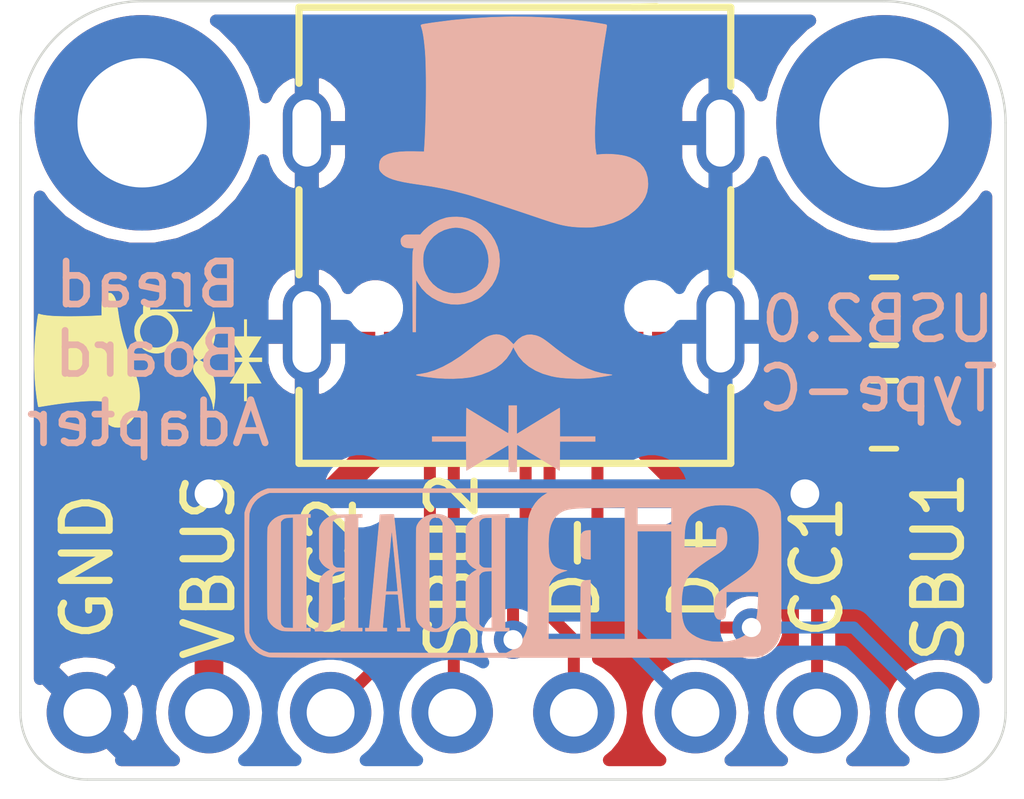
<source format=kicad_pcb>
(kicad_pcb (version 20171130) (host pcbnew "(5.1.2)-2")

  (general
    (thickness 1.6)
    (drawings 18)
    (tracks 55)
    (zones 0)
    (modules 9)
    (nets 9)
  )

  (page User 132.004 102.006)
  (title_block
    (title "USB Type C (USB2.0) Breakout")
    (date 2019-10-26)
    (rev 1)
    (company SirBoard)
    (comment 1 "USB C (USB2.0)")
    (comment 2 "DIP 2.54mm")
  )

  (layers
    (0 F.Cu signal)
    (31 B.Cu signal)
    (32 B.Adhes user hide)
    (33 F.Adhes user hide)
    (34 B.Paste user hide)
    (35 F.Paste user hide)
    (36 B.SilkS user)
    (37 F.SilkS user)
    (38 B.Mask user hide)
    (39 F.Mask user hide)
    (40 Dwgs.User user)
    (41 Cmts.User user hide)
    (42 Eco1.User user hide)
    (43 Eco2.User user hide)
    (44 Edge.Cuts user)
    (45 Margin user hide)
    (46 B.CrtYd user hide)
    (47 F.CrtYd user hide)
    (48 B.Fab user hide)
    (49 F.Fab user hide)
  )

  (setup
    (last_trace_width 0.127)
    (user_trace_width 0.2)
    (user_trace_width 0.25)
    (user_trace_width 0.3)
    (user_trace_width 0.4)
    (user_trace_width 0.45)
    (user_trace_width 0.5)
    (user_trace_width 0.6)
    (user_trace_width 0.7)
    (user_trace_width 0.8)
    (user_trace_width 0.9)
    (user_trace_width 1)
    (trace_clearance 0.127)
    (zone_clearance 0.3)
    (zone_45_only no)
    (trace_min 0.127)
    (via_size 0.6)
    (via_drill 0.3)
    (via_min_size 0.6)
    (via_min_drill 0.3)
    (user_via 0.8 0.4)
    (user_via 1 0.6)
    (uvia_size 0.4)
    (uvia_drill 0.2)
    (uvias_allowed no)
    (uvia_min_size 0.4)
    (uvia_min_drill 0.1)
    (edge_width 0.05)
    (segment_width 0.2)
    (pcb_text_width 0.3)
    (pcb_text_size 1.5 1.5)
    (mod_edge_width 0.12)
    (mod_text_size 1 1)
    (mod_text_width 0.15)
    (pad_size 1.7 1.7)
    (pad_drill 1)
    (pad_to_mask_clearance 0)
    (solder_mask_min_width 0.1)
    (aux_axis_origin 0 0)
    (visible_elements 7FFFFFFF)
    (pcbplotparams
      (layerselection 0x010fc_ffffffff)
      (usegerberextensions false)
      (usegerberattributes false)
      (usegerberadvancedattributes false)
      (creategerberjobfile false)
      (excludeedgelayer true)
      (linewidth 0.100000)
      (plotframeref false)
      (viasonmask false)
      (mode 1)
      (useauxorigin false)
      (hpglpennumber 1)
      (hpglpenspeed 20)
      (hpglpendiameter 15.000000)
      (psnegative false)
      (psa4output false)
      (plotreference true)
      (plotvalue true)
      (plotinvisibletext false)
      (padsonsilk false)
      (subtractmaskfromsilk false)
      (outputformat 1)
      (mirror false)
      (drillshape 1)
      (scaleselection 1)
      (outputdirectory ""))
  )

  (net 0 "")
  (net 1 GND)
  (net 2 /CC2)
  (net 3 /SBU2)
  (net 4 /D+)
  (net 5 /D-)
  (net 6 /CC1)
  (net 7 /SBU1)
  (net 8 /VBUS)

  (net_class Default "This is the default net class."
    (clearance 0.127)
    (trace_width 0.127)
    (via_dia 0.6)
    (via_drill 0.3)
    (uvia_dia 0.4)
    (uvia_drill 0.2)
    (add_net /CC1)
    (add_net /CC2)
    (add_net /D+)
    (add_net /D-)
    (add_net /SBU1)
    (add_net /SBU2)
    (add_net /VBUS)
    (add_net GND)
  )

  (module logo:logo94x134 (layer B.Cu) (tedit 0) (tstamp 5DB42761)
    (at 65.659 33.147 180)
    (fp_text reference G*** (at 0 0) (layer B.SilkS) hide
      (effects (font (size 1.524 1.524) (thickness 0.3)) (justify mirror))
    )
    (fp_text value LOGO (at 0.75 0) (layer B.SilkS) hide
      (effects (font (size 1.524 1.524) (thickness 0.3)) (justify mirror))
    )
    (fp_poly (pts (xy 0.441912 4.744592) (xy 0.857709 4.720614) (xy 1.268288 4.682686) (xy 1.66927 4.630852)
      (xy 1.73355 4.621068) (xy 1.808339 4.609542) (xy 1.861405 4.600902) (xy 1.896031 4.593577)
      (xy 1.915498 4.585997) (xy 1.923091 4.576591) (xy 1.922091 4.563788) (xy 1.915781 4.546017)
      (xy 1.911978 4.535682) (xy 1.89156 4.463121) (xy 1.872797 4.366276) (xy 1.855854 4.246218)
      (xy 1.840893 4.10402) (xy 1.834527 4.029008) (xy 1.827678 3.920478) (xy 1.822371 3.7901)
      (xy 1.81858 3.64138) (xy 1.81628 3.477821) (xy 1.815446 3.302928) (xy 1.816051 3.120206)
      (xy 1.818072 2.933159) (xy 1.821482 2.74529) (xy 1.826256 2.560106) (xy 1.832369 2.381109)
      (xy 1.839797 2.211805) (xy 1.848512 2.055698) (xy 1.848806 2.05105) (xy 1.856068 1.93675)
      (xy 2.08441 1.940964) (xy 2.242045 1.940414) (xy 2.376913 1.932381) (xy 2.490577 1.916676)
      (xy 2.584601 1.893109) (xy 2.633984 1.874349) (xy 2.704116 1.836559) (xy 2.751938 1.792937)
      (xy 2.780509 1.738903) (xy 2.792891 1.669878) (xy 2.794 1.634867) (xy 2.79264 1.588082)
      (xy 2.786315 1.556373) (xy 2.77165 1.529467) (xy 2.750931 1.503657) (xy 2.70794 1.461575)
      (xy 2.65381 1.423894) (xy 2.586549 1.389983) (xy 2.504168 1.359209) (xy 2.404676 1.330941)
      (xy 2.286084 1.304547) (xy 2.146401 1.279395) (xy 1.983636 1.254854) (xy 1.954438 1.250821)
      (xy 1.702204 1.212638) (xy 1.464103 1.168364) (xy 1.229153 1.115701) (xy 0.986372 1.052348)
      (xy 0.9271 1.03569) (xy 0.883794 1.022754) (xy 0.819109 1.002585) (xy 0.735735 0.976064)
      (xy 0.63636 0.944075) (xy 0.523676 0.907499) (xy 0.400371 0.867217) (xy 0.269135 0.824114)
      (xy 0.132658 0.779069) (xy -0.006372 0.732966) (xy -0.145263 0.686686) (xy -0.281327 0.641112)
      (xy -0.411874 0.597126) (xy -0.466722 0.578555) (xy -0.594538 0.535432) (xy -0.701852 0.499844)
      (xy -0.792093 0.470815) (xy -0.86869 0.447368) (xy -0.935072 0.428526) (xy -0.994669 0.413312)
      (xy -1.050909 0.40075) (xy -1.107222 0.389862) (xy -1.16205 0.380483) (xy -1.240247 0.370439)
      (xy -1.33198 0.362962) (xy -1.429787 0.358277) (xy -1.5262 0.356607) (xy -1.613756 0.358176)
      (xy -1.684989 0.363208) (xy -1.69545 0.364492) (xy -1.903293 0.401547) (xy -2.091699 0.454705)
      (xy -2.260996 0.524114) (xy -2.41151 0.609921) (xy -2.543569 0.712273) (xy -2.609281 0.776551)
      (xy -2.694941 0.879693) (xy -2.756964 0.98321) (xy -2.796898 1.090754) (xy -2.816295 1.205976)
      (xy -2.81878 1.27) (xy -2.808234 1.396634) (xy -2.776639 1.509067) (xy -2.724058 1.607219)
      (xy -2.650557 1.69101) (xy -2.556197 1.760361) (xy -2.441044 1.815192) (xy -2.36211 1.841056)
      (xy -2.272873 1.860707) (xy -2.167478 1.875194) (xy -2.054775 1.883783) (xy -1.943617 1.885742)
      (xy -1.864725 1.882276) (xy -1.741899 1.872783) (xy -1.734608 1.90924) (xy -1.719951 2.009381)
      (xy -1.711119 2.132674) (xy -1.70799 2.277576) (xy -1.710438 2.442546) (xy -1.718343 2.626042)
      (xy -1.731579 2.82652) (xy -1.750024 3.04244) (xy -1.773555 3.272259) (xy -1.802049 3.514435)
      (xy -1.835381 3.767425) (xy -1.873429 4.029689) (xy -1.91607 4.299684) (xy -1.934459 4.409934)
      (xy -1.945993 4.479706) (xy -1.9531 4.528415) (xy -1.955987 4.559973) (xy -1.954862 4.578291)
      (xy -1.949933 4.587279) (xy -1.944026 4.590203) (xy -1.919367 4.595639) (xy -1.874263 4.603968)
      (xy -1.813401 4.614412) (xy -1.741468 4.626191) (xy -1.663152 4.638524) (xy -1.58314 4.650633)
      (xy -1.5621 4.653727) (xy -1.18589 4.700145) (xy -0.793005 4.732398) (xy -0.387824 4.750528)
      (xy 0.025275 4.754578) (xy 0.441912 4.744592)) (layer B.SilkS) (width 0.01))
    (fp_poly (pts (xy 1.272214 0.571812) (xy 1.364961 0.561507) (xy 1.401051 0.554198) (xy 1.526974 0.513067)
      (xy 1.650101 0.452547) (xy 1.763728 0.376651) (xy 1.861151 0.289392) (xy 1.882352 0.266085)
      (xy 1.93675 0.203488) (xy 2.098474 0.203344) (xy 2.165203 0.203108) (xy 2.211708 0.201908)
      (xy 2.243166 0.198796) (xy 2.264753 0.192824) (xy 2.281645 0.183045) (xy 2.29902 0.168511)
      (xy 2.301674 0.166142) (xy 2.327422 0.139607) (xy 2.33963 0.113245) (xy 2.343087 0.075482)
      (xy 2.34315 0.065876) (xy 2.335278 0.010088) (xy 2.310557 -0.030834) (xy 2.267332 -0.058043)
      (xy 2.203945 -0.072687) (xy 2.138635 -0.076129) (xy 2.07382 -0.0762) (xy 2.088977 -0.136525)
      (xy 2.092241 -0.156862) (xy 2.094928 -0.190506) (xy 2.097054 -0.238877) (xy 2.098634 -0.303396)
      (xy 2.099681 -0.385481) (xy 2.100213 -0.486554) (xy 2.100242 -0.608034) (xy 2.099785 -0.751342)
      (xy 2.098855 -0.917897) (xy 2.0982 -1.012825) (xy 2.092267 -1.8288) (xy 2.032269 -1.8288)
      (xy 2.028959 -1.279525) (xy 2.02565 -0.73025) (xy 1.985564 -0.8001) (xy 1.902229 -0.921073)
      (xy 1.802791 -1.024298) (xy 1.689896 -1.109161) (xy 1.566188 -1.175049) (xy 1.434315 -1.221348)
      (xy 1.296921 -1.247445) (xy 1.156654 -1.252726) (xy 1.016158 -1.236578) (xy 0.878081 -1.198388)
      (xy 0.745067 -1.137542) (xy 0.6858 -1.101438) (xy 0.652141 -1.075857) (xy 0.608018 -1.037775)
      (xy 0.56029 -0.993265) (xy 0.532449 -0.965667) (xy 0.437874 -0.85165) (xy 0.364612 -0.724636)
      (xy 0.313447 -0.586585) (xy 0.285164 -0.439457) (xy 0.280611 -0.355567) (xy 0.507773 -0.355567)
      (xy 0.520498 -0.473578) (xy 0.5543 -0.58996) (xy 0.610047 -0.702123) (xy 0.679767 -0.797399)
      (xy 0.767788 -0.880672) (xy 0.871239 -0.94646) (xy 0.985926 -0.993406) (xy 1.107654 -1.02015)
      (xy 1.232227 -1.025334) (xy 1.33985 -1.011207) (xy 1.464571 -0.971507) (xy 1.577256 -0.910264)
      (xy 1.675966 -0.829241) (xy 1.75876 -0.730203) (xy 1.823698 -0.614913) (xy 1.850551 -0.546834)
      (xy 1.869203 -0.468848) (xy 1.878724 -0.377478) (xy 1.878886 -0.282965) (xy 1.869463 -0.195549)
      (xy 1.859338 -0.15153) (xy 1.811094 -0.030882) (xy 1.742138 0.077469) (xy 1.655121 0.171078)
      (xy 1.552695 0.247504) (xy 1.43751 0.304303) (xy 1.33086 0.335468) (xy 1.261685 0.34825)
      (xy 1.20651 0.35387) (xy 1.154978 0.352372) (xy 1.09673 0.343797) (xy 1.06045 0.336577)
      (xy 0.935846 0.298713) (xy 0.825366 0.241771) (xy 0.729881 0.168339) (xy 0.650258 0.081006)
      (xy 0.587367 -0.01764) (xy 0.542077 -0.125009) (xy 0.515256 -0.238515) (xy 0.507773 -0.355567)
      (xy 0.280611 -0.355567) (xy 0.2794 -0.333259) (xy 0.291668 -0.187831) (xy 0.327239 -0.048238)
      (xy 0.384256 0.083194) (xy 0.460866 0.20414) (xy 0.555214 0.312275) (xy 0.665445 0.405276)
      (xy 0.789704 0.480816) (xy 0.926137 0.536571) (xy 0.986867 0.553588) (xy 1.072371 0.567837)
      (xy 1.171085 0.573917) (xy 1.272214 0.571812)) (layer B.SilkS) (width 0.01))
    (fp_poly (pts (xy 0.416499 -1.889762) (xy 0.473981 -1.905222) (xy 0.510508 -1.918489) (xy 0.549772 -1.937216)
      (xy 0.59446 -1.963201) (xy 0.647264 -1.998244) (xy 0.710871 -2.044144) (xy 0.787972 -2.102699)
      (xy 0.881256 -2.175709) (xy 0.897189 -2.188319) (xy 1.093272 -2.334686) (xy 1.282276 -2.457498)
      (xy 1.463987 -2.556644) (xy 1.638191 -2.632017) (xy 1.804673 -2.683511) (xy 1.92928 -2.707062)
      (xy 1.976292 -2.713712) (xy 2.006996 -2.719542) (xy 2.020083 -2.725153) (xy 2.014249 -2.731147)
      (xy 1.988184 -2.738126) (xy 1.940582 -2.746691) (xy 1.870137 -2.757444) (xy 1.79705 -2.767942)
      (xy 1.611371 -2.789094) (xy 1.425054 -2.800486) (xy 1.243404 -2.802147) (xy 1.071731 -2.794108)
      (xy 0.915343 -2.776399) (xy 0.83793 -2.76258) (xy 0.661001 -2.716364) (xy 0.501575 -2.654587)
      (xy 0.360531 -2.577834) (xy 0.238745 -2.486688) (xy 0.137095 -2.381732) (xy 0.05646 -2.263552)
      (xy 0.039318 -2.231276) (xy -0.007508 -2.138065) (xy -0.042016 -2.208857) (xy -0.118497 -2.337284)
      (xy -0.215241 -2.45057) (xy -0.331992 -2.548548) (xy -0.468495 -2.631048) (xy -0.624496 -2.697904)
      (xy -0.799737 -2.748947) (xy -0.89041 -2.767744) (xy -0.981549 -2.780889) (xy -1.090874 -2.791037)
      (xy -1.211319 -2.797924) (xy -1.335817 -2.801288) (xy -1.457303 -2.800866) (xy -1.56871 -2.796395)
      (xy -1.6002 -2.794138) (xy -1.647152 -2.789521) (xy -1.706465 -2.782467) (xy -1.773375 -2.773685)
      (xy -1.843115 -2.763882) (xy -1.91092 -2.753768) (xy -1.972024 -2.74405) (xy -2.021661 -2.735437)
      (xy -2.055064 -2.728638) (xy -2.067255 -2.72471) (xy -2.057562 -2.721863) (xy -2.02878 -2.717588)
      (xy -1.987111 -2.712805) (xy -1.986559 -2.712748) (xy -1.846953 -2.690444) (xy -1.704633 -2.651426)
      (xy -1.558005 -2.594882) (xy -1.405477 -2.519999) (xy -1.245455 -2.425966) (xy -1.076347 -2.31197)
      (xy -0.896558 -2.177198) (xy -0.8255 -2.120686) (xy -0.743917 -2.056008) (xy -0.677063 -2.005998)
      (xy -0.620956 -1.968148) (xy -0.571612 -1.939955) (xy -0.525044 -1.918912) (xy -0.47974 -1.903259)
      (xy -0.380317 -1.884991) (xy -0.285602 -1.89152) (xy -0.196839 -1.922483) (xy -0.115266 -1.977514)
      (xy -0.068416 -2.02405) (xy -0.009934 -2.090381) (xy 0.068058 -2.012454) (xy 0.125349 -1.960635)
      (xy 0.178388 -1.92553) (xy 0.219551 -1.907063) (xy 0.287188 -1.886875) (xy 0.349643 -1.881131)
      (xy 0.416499 -1.889762)) (layer B.SilkS) (width 0.01))
    (fp_poly (pts (xy 0.0889 -3.658658) (xy 0.089316 -3.741594) (xy 0.090483 -3.815067) (xy 0.092281 -3.875606)
      (xy 0.094587 -3.919741) (xy 0.09728 -3.944) (xy 0.099005 -3.947583) (xy 0.112499 -3.939948)
      (xy 0.144201 -3.921139) (xy 0.19065 -3.893238) (xy 0.248387 -3.858324) (xy 0.313951 -3.818477)
      (xy 0.32443 -3.812091) (xy 0.411368 -3.759092) (xy 0.510531 -3.69864) (xy 0.612456 -3.636502)
      (xy 0.707679 -3.578448) (xy 0.75565 -3.549202) (xy 0.97155 -3.417573) (xy 0.974954 -3.715386)
      (xy 0.978359 -4.0132) (xy 1.6891 -4.0132) (xy 1.6891 -4.1148) (xy 0.978351 -4.1148)
      (xy 0.97495 -4.418233) (xy 0.97155 -4.721667) (xy 0.76083 -4.592858) (xy 0.677311 -4.5418)
      (xy 0.580966 -4.482895) (xy 0.480639 -4.421549) (xy 0.385173 -4.36317) (xy 0.326888 -4.327525)
      (xy 0.259478 -4.286506) (xy 0.199517 -4.250418) (xy 0.150333 -4.221232) (xy 0.115252 -4.200917)
      (xy 0.097604 -4.191444) (xy 0.096282 -4.191) (xy 0.094137 -4.203095) (xy 0.092238 -4.236965)
      (xy 0.090679 -4.288985) (xy 0.089556 -4.35553) (xy 0.088966 -4.432975) (xy 0.0889 -4.4704)
      (xy 0.0889 -4.7498) (xy -0.075724 -4.7498) (xy -0.079137 -4.464218) (xy -0.08255 -4.178637)
      (xy -0.211034 -4.259011) (xy -0.262847 -4.291218) (xy -0.307811 -4.31879) (xy -0.340974 -4.338715)
      (xy -0.357084 -4.347839) (xy -0.372182 -4.356498) (xy -0.405932 -4.37667) (xy -0.455357 -4.406549)
      (xy -0.517481 -4.444331) (xy -0.589328 -4.488208) (xy -0.667921 -4.536376) (xy -0.6731 -4.539556)
      (xy -0.97155 -4.722818) (xy -0.978352 -4.1148) (xy -1.7145 -4.1148) (xy -1.7145 -4.0132)
      (xy -0.9779 -4.0132) (xy -0.9779 -3.71475) (xy -0.977691 -3.630728) (xy -0.977103 -3.555858)
      (xy -0.976197 -3.493647) (xy -0.975034 -3.447603) (xy -0.973674 -3.421233) (xy -0.97274 -3.4163)
      (xy -0.960643 -3.422579) (xy -0.930998 -3.439813) (xy -0.88786 -3.465597) (xy -0.835283 -3.497524)
      (xy -0.817165 -3.508622) (xy -0.750422 -3.549517) (xy -0.670625 -3.598301) (xy -0.586433 -3.649688)
      (xy -0.506505 -3.698387) (xy -0.4826 -3.71293) (xy -0.410754 -3.756678) (xy -0.33637 -3.802067)
      (xy -0.266474 -3.844804) (xy -0.208088 -3.880599) (xy -0.187325 -3.893369) (xy -0.0762 -3.961821)
      (xy -0.0762 -3.3655) (xy 0.0889 -3.3655) (xy 0.0889 -3.658658)) (layer B.SilkS) (width 0.01))
  )

  (module logo:SirBoard112x35 (layer B.Cu) (tedit 0) (tstamp 5DB42513)
    (at 65.659 40.005 180)
    (fp_text reference G*** (at 0 0) (layer B.SilkS) hide
      (effects (font (size 1.524 1.524) (thickness 0.3)) (justify mirror))
    )
    (fp_text value LOGO (at 0.75 0) (layer B.SilkS) hide
      (effects (font (size 1.524 1.524) (thickness 0.3)) (justify mirror))
    )
    (fp_poly (pts (xy -1.525562 0.880297) (xy -1.481591 0.865137) (xy -1.447984 0.839985) (xy -1.424896 0.804933)
      (xy -1.418358 0.787232) (xy -1.414957 0.768138) (xy -1.412171 0.737274) (xy -1.410021 0.697373)
      (xy -1.40853 0.651164) (xy -1.407719 0.601382) (xy -1.40761 0.550757) (xy -1.408223 0.502022)
      (xy -1.409582 0.457909) (xy -1.411708 0.421149) (xy -1.414622 0.394475) (xy -1.415212 0.391062)
      (xy -1.426948 0.351789) (xy -1.446379 0.322478) (xy -1.474912 0.302106) (xy -1.513953 0.28965)
      (xy -1.5621 0.284216) (xy -1.618343 0.281492) (xy -1.618343 0.885371) (xy -1.579746 0.885371)
      (xy -1.525562 0.880297)) (layer B.SilkS) (width 0.01))
    (fp_poly (pts (xy 4.512129 1.217193) (xy 4.587168 1.216128) (xy 4.649164 1.215004) (xy 4.699587 1.213752)
      (xy 4.739908 1.2123) (xy 4.771597 1.21058) (xy 4.796124 1.20852) (xy 4.81496 1.20605)
      (xy 4.829577 1.2031) (xy 4.834539 1.201779) (xy 4.907443 1.174745) (xy 4.972611 1.138092)
      (xy 5.028665 1.093018) (xy 5.074225 1.040722) (xy 5.107913 0.982402) (xy 5.118723 0.954836)
      (xy 5.120497 0.948681) (xy 5.122089 0.94077) (xy 5.123511 0.930338) (xy 5.12477 0.916621)
      (xy 5.125877 0.898853) (xy 5.126842 0.876272) (xy 5.127673 0.848113) (xy 5.128381 0.813611)
      (xy 5.128976 0.772002) (xy 5.129467 0.722523) (xy 5.129863 0.664408) (xy 5.130174 0.596893)
      (xy 5.13041 0.519215) (xy 5.13058 0.430608) (xy 5.130695 0.33031) (xy 5.130763 0.217554)
      (xy 5.130795 0.091578) (xy 5.1308 -0.003785) (xy 5.130794 -0.138578) (xy 5.13077 -0.259633)
      (xy 5.130716 -0.367727) (xy 5.130621 -0.463635) (xy 5.130473 -0.548136) (xy 5.130261 -0.622005)
      (xy 5.129973 -0.686019) (xy 5.129599 -0.740955) (xy 5.129127 -0.787588) (xy 5.128546 -0.826696)
      (xy 5.127844 -0.859055) (xy 5.12701 -0.885442) (xy 5.126032 -0.906632) (xy 5.1249 -0.923404)
      (xy 5.123601 -0.936532) (xy 5.122125 -0.946794) (xy 5.120461 -0.954966) (xy 5.118596 -0.961825)
      (xy 5.116719 -0.96757) (xy 5.089587 -1.024997) (xy 5.050105 -1.078057) (xy 5.000177 -1.125126)
      (xy 4.941705 -1.164583) (xy 4.876593 -1.194805) (xy 4.834912 -1.207886) (xy 4.820998 -1.210891)
      (xy 4.803749 -1.213336) (xy 4.781662 -1.215274) (xy 4.753237 -1.216756) (xy 4.716973 -1.217836)
      (xy 4.671368 -1.218565) (xy 4.614922 -1.218997) (xy 4.546133 -1.219183) (xy 4.511081 -1.2192)
      (xy 4.230914 -1.2192) (xy 4.230914 -1.15507) (xy 4.593771 -1.15507) (xy 4.683838 -1.152664)
      (xy 4.72157 -1.151516) (xy 4.747917 -1.150017) (xy 4.766008 -1.147515) (xy 4.778967 -1.14336)
      (xy 4.789924 -1.136903) (xy 4.801003 -1.128304) (xy 4.820959 -1.108979) (xy 4.837889 -1.087374)
      (xy 4.841631 -1.081133) (xy 4.843481 -1.077291) (xy 4.845152 -1.072531) (xy 4.846651 -1.066144)
      (xy 4.847987 -1.05742) (xy 4.849167 -1.045649) (xy 4.850199 -1.030122) (xy 4.85109 -1.01013)
      (xy 4.851847 -0.984962) (xy 4.852479 -0.953911) (xy 4.852993 -0.916265) (xy 4.853397 -0.871316)
      (xy 4.853698 -0.818354) (xy 4.853904 -0.75667) (xy 4.854023 -0.685554) (xy 4.854062 -0.604296)
      (xy 4.854028 -0.512188) (xy 4.85393 -0.408519) (xy 4.853775 -0.292581) (xy 4.853571 -0.163664)
      (xy 4.853325 -0.021058) (xy 4.853281 0.003628) (xy 4.8514 1.063171) (xy 4.83086 1.09002)
      (xy 4.807114 1.114832) (xy 4.778037 1.132601) (xy 4.741103 1.144299) (xy 4.693784 1.1509)
      (xy 4.668735 1.152454) (xy 4.593771 1.155788) (xy 4.593771 -1.15507) (xy 4.230914 -1.15507)
      (xy 4.230914 -1.153886) (xy 4.318 -1.153886) (xy 4.318 1.153885) (xy 4.230914 1.153885)
      (xy 4.230914 1.220826) (xy 4.512129 1.217193)) (layer B.SilkS) (width 0.01))
    (fp_poly (pts (xy 3.430814 1.217193) (xy 3.505854 1.216128) (xy 3.56785 1.215004) (xy 3.618273 1.213752)
      (xy 3.658594 1.2123) (xy 3.690282 1.21058) (xy 3.71481 1.20852) (xy 3.733646 1.20605)
      (xy 3.748263 1.2031) (xy 3.753225 1.201779) (xy 3.826235 1.174716) (xy 3.891421 1.138058)
      (xy 3.947434 1.092982) (xy 3.992924 1.040666) (xy 4.026542 0.98229) (xy 4.037836 0.953162)
      (xy 4.040869 0.94273) (xy 4.043342 0.930607) (xy 4.045298 0.915361) (xy 4.046777 0.89556)
      (xy 4.047823 0.869772) (xy 4.048476 0.836565) (xy 4.048779 0.794506) (xy 4.048774 0.742164)
      (xy 4.048503 0.678106) (xy 4.048035 0.604819) (xy 4.045857 0.293914) (xy 4.022319 0.245805)
      (xy 3.993743 0.200382) (xy 3.954739 0.156779) (xy 3.909252 0.11882) (xy 3.862369 0.090864)
      (xy 3.839869 0.079511) (xy 3.823704 0.070078) (xy 3.817265 0.064553) (xy 3.817257 0.064458)
      (xy 3.823334 0.058891) (xy 3.838048 0.052233) (xy 3.838943 0.051917) (xy 3.874004 0.035129)
      (xy 3.912415 0.009319) (xy 3.949979 -0.022138) (xy 3.982501 -0.055863) (xy 3.998135 -0.0762)
      (xy 4.007455 -0.089691) (xy 4.015474 -0.101647) (xy 4.022299 -0.113219) (xy 4.028035 -0.125559)
      (xy 4.032789 -0.139817) (xy 4.036665 -0.157145) (xy 4.03977 -0.178693) (xy 4.042209 -0.205615)
      (xy 4.044088 -0.239059) (xy 4.045514 -0.280179) (xy 4.046591 -0.330124) (xy 4.047426 -0.390047)
      (xy 4.048124 -0.461098) (xy 4.048792 -0.544429) (xy 4.049486 -0.635) (xy 4.050242 -0.730678)
      (xy 4.050954 -0.812918) (xy 4.051699 -0.882797) (xy 4.052551 -0.94139) (xy 4.053585 -0.989774)
      (xy 4.054877 -1.029023) (xy 4.056502 -1.060216) (xy 4.058536 -1.084427) (xy 4.061053 -1.102733)
      (xy 4.06413 -1.11621) (xy 4.06784 -1.125934) (xy 4.072261 -1.13298) (xy 4.077466 -1.138426)
      (xy 4.083531 -1.143346) (xy 4.085142 -1.144584) (xy 4.101021 -1.151411) (xy 4.116614 -1.153655)
      (xy 4.128813 -1.1549) (xy 4.134651 -1.160871) (xy 4.136455 -1.17548) (xy 4.136571 -1.187224)
      (xy 4.136571 -1.220561) (xy 4.033157 -1.217579) (xy 3.989456 -1.215991) (xy 3.957234 -1.213861)
      (xy 3.933455 -1.21078) (xy 3.915084 -1.206339) (xy 3.899085 -1.200126) (xy 3.897086 -1.199197)
      (xy 3.855555 -1.173032) (xy 3.823431 -1.137693) (xy 3.800158 -1.092246) (xy 3.785182 -1.035754)
      (xy 3.780621 -1.002985) (xy 3.779409 -0.98421) (xy 3.778264 -0.952428) (xy 3.777207 -0.909147)
      (xy 3.776257 -0.855875) (xy 3.775435 -0.794121) (xy 3.774762 -0.725391) (xy 3.774259 -0.651194)
      (xy 3.773945 -0.573037) (xy 3.773843 -0.503978) (xy 3.773714 -0.068156) (xy 3.752766 -0.035124)
      (xy 3.731914 -0.008638) (xy 3.706346 0.0106) (xy 3.673594 0.023635) (xy 3.631192 0.031511)
      (xy 3.587421 0.034854) (xy 3.512457 0.038188) (xy 3.512457 -1.153886) (xy 3.599543 -1.153886)
      (xy 3.599543 -1.2192) (xy 3.1496 -1.2192) (xy 3.1496 -1.153886) (xy 3.236686 -1.153886)
      (xy 3.236686 0.100416) (xy 3.512457 0.100416) (xy 3.602524 0.102822) (xy 3.640256 0.10397)
      (xy 3.666603 0.105469) (xy 3.684693 0.107971) (xy 3.697653 0.112126) (xy 3.708609 0.118583)
      (xy 3.719689 0.127182) (xy 3.730675 0.135901) (xy 3.740076 0.143671) (xy 3.748009 0.15163)
      (xy 3.754592 0.160921) (xy 3.759945 0.172684) (xy 3.764185 0.18806) (xy 3.767431 0.20819)
      (xy 3.769802 0.234214) (xy 3.771415 0.267274) (xy 3.772389 0.30851) (xy 3.772843 0.359063)
      (xy 3.772895 0.420075) (xy 3.772664 0.492685) (xy 3.772267 0.578034) (xy 3.772019 0.631371)
      (xy 3.770086 1.063171) (xy 3.749546 1.09002) (xy 3.725799 1.114832) (xy 3.696723 1.132601)
      (xy 3.659789 1.144299) (xy 3.61247 1.1509) (xy 3.587421 1.152454) (xy 3.512457 1.155788)
      (xy 3.512457 0.100416) (xy 3.236686 0.100416) (xy 3.236686 1.153885) (xy 3.1496 1.153885)
      (xy 3.1496 1.220826) (xy 3.430814 1.217193)) (layer B.SilkS) (width 0.01))
    (fp_poly (pts (xy 2.577941 1.21992) (xy 2.616453 1.219519) (xy 2.656135 1.218798) (xy 2.694339 1.217805)
      (xy 2.728419 1.216587) (xy 2.755728 1.215192) (xy 2.773619 1.213666) (xy 2.779486 1.21218)
      (xy 2.780161 1.203823) (xy 2.782126 1.181953) (xy 2.785294 1.147507) (xy 2.789574 1.10142)
      (xy 2.794879 1.044627) (xy 2.801119 0.978066) (xy 2.808206 0.902672) (xy 2.81605 0.81938)
      (xy 2.824563 0.729128) (xy 2.833655 0.63285) (xy 2.843239 0.531482) (xy 2.853226 0.425961)
      (xy 2.863525 0.317222) (xy 2.874049 0.206202) (xy 2.884709 0.093835) (xy 2.895416 -0.018941)
      (xy 2.906081 -0.131191) (xy 2.916615 -0.241979) (xy 2.926929 -0.35037) (xy 2.936935 -0.455426)
      (xy 2.946543 -0.556213) (xy 2.955665 -0.651794) (xy 2.964212 -0.741234) (xy 2.972095 -0.823597)
      (xy 2.979226 -0.897946) (xy 2.985515 -0.963346) (xy 2.990873 -1.01886) (xy 2.995212 -1.063554)
      (xy 2.998444 -1.096491) (xy 3.000478 -1.116734) (xy 3.001167 -1.123043) (xy 3.005346 -1.153886)
      (xy 3.084286 -1.153886) (xy 3.084286 -1.2192) (xy 2.634343 -1.2192) (xy 2.634343 -1.153886)
      (xy 2.677886 -1.153886) (xy 2.701989 -1.153585) (xy 2.714998 -1.151575) (xy 2.720336 -1.146199)
      (xy 2.721421 -1.135799) (xy 2.721429 -1.132777) (xy 2.72078 -1.121257) (xy 2.718924 -1.096878)
      (xy 2.715999 -1.061233) (xy 2.712141 -1.015916) (xy 2.707487 -0.962518) (xy 2.702174 -0.902634)
      (xy 2.696338 -0.837857) (xy 2.6924 -0.794657) (xy 2.686317 -0.727916) (xy 2.680666 -0.665328)
      (xy 2.675584 -0.608438) (xy 2.671206 -0.558796) (xy 2.667668 -0.517946) (xy 2.665106 -0.487438)
      (xy 2.663654 -0.468816) (xy 2.663371 -0.463795) (xy 2.662614 -0.458866) (xy 2.659031 -0.455267)
      (xy 2.650658 -0.452792) (xy 2.635529 -0.451229) (xy 2.61168 -0.450373) (xy 2.577145 -0.450014)
      (xy 2.532743 -0.449943) (xy 2.491014 -0.45018) (xy 2.4548 -0.450836) (xy 2.426392 -0.451835)
      (xy 2.408078 -0.453096) (xy 2.402114 -0.454435) (xy 2.40142 -0.46236) (xy 2.399434 -0.48327)
      (xy 2.396297 -0.515709) (xy 2.392152 -0.558221) (xy 2.387142 -0.609347) (xy 2.381409 -0.667631)
      (xy 2.375095 -0.731616) (xy 2.369457 -0.788596) (xy 2.362737 -0.856818) (xy 2.356483 -0.921045)
      (xy 2.350839 -0.979743) (xy 2.34595 -1.031375) (xy 2.34196 -1.074405) (xy 2.339014 -1.107299)
      (xy 2.337255 -1.128521) (xy 2.3368 -1.136075) (xy 2.337881 -1.14628) (xy 2.34349 -1.151593)
      (xy 2.357174 -1.153599) (xy 2.376714 -1.153886) (xy 2.416629 -1.153886) (xy 2.416629 -1.2192)
      (xy 2.155371 -1.2192) (xy 2.155371 -1.154579) (xy 2.200463 -1.152418) (xy 2.245554 -1.150257)
      (xy 2.324519 -0.379186) (xy 2.409167 -0.379186) (xy 2.41034 -0.383817) (xy 2.415017 -0.387169)
      (xy 2.425194 -0.389446) (xy 2.442868 -0.390851) (xy 2.470035 -0.391588) (xy 2.508691 -0.391861)
      (xy 2.533742 -0.391886) (xy 2.658113 -0.391886) (xy 2.653901 -0.353786) (xy 2.65238 -0.338493)
      (xy 2.649766 -0.310463) (xy 2.646212 -0.271418) (xy 2.641873 -0.223081) (xy 2.636903 -0.167176)
      (xy 2.631456 -0.105425) (xy 2.625688 -0.039551) (xy 2.622558 -0.003629) (xy 2.616742 0.062144)
      (xy 2.611139 0.123366) (xy 2.605901 0.17854) (xy 2.601179 0.22617) (xy 2.597122 0.264759)
      (xy 2.593883 0.29281) (xy 2.591611 0.308825) (xy 2.590752 0.312057) (xy 2.58912 0.31985)
      (xy 2.586447 0.340538) (xy 2.582894 0.372553) (xy 2.578619 0.414325) (xy 2.573782 0.464285)
      (xy 2.568541 0.520863) (xy 2.563056 0.582491) (xy 2.561491 0.600528) (xy 2.555987 0.663119)
      (xy 2.550707 0.720952) (xy 2.545807 0.772486) (xy 2.541441 0.816176) (xy 2.537765 0.850481)
      (xy 2.534935 0.873857) (xy 2.533106 0.884762) (xy 2.532783 0.885371) (xy 2.531636 0.878357)
      (xy 2.529242 0.858153) (xy 2.525725 0.826022) (xy 2.521207 0.783224) (xy 2.515813 0.73102)
      (xy 2.509666 0.67067) (xy 2.502888 0.603436) (xy 2.495603 0.530578) (xy 2.487934 0.453357)
      (xy 2.480005 0.373034) (xy 2.471938 0.29087) (xy 2.463858 0.208125) (xy 2.455886 0.126061)
      (xy 2.448147 0.045938) (xy 2.440764 -0.030983) (xy 2.43386 -0.10344) (xy 2.427558 -0.170175)
      (xy 2.421982 -0.229924) (xy 2.417254 -0.281428) (xy 2.413498 -0.323426) (xy 2.410837 -0.354657)
      (xy 2.409395 -0.37386) (xy 2.409167 -0.379186) (xy 2.324519 -0.379186) (xy 2.366697 0.032657)
      (xy 2.379966 0.162193) (xy 2.392836 0.287785) (xy 2.405231 0.408677) (xy 2.417072 0.52411)
      (xy 2.428281 0.63333) (xy 2.438781 0.735579) (xy 2.448493 0.8301) (xy 2.457341 0.916138)
      (xy 2.465246 0.992934) (xy 2.47213 1.059734) (xy 2.477915 1.115779) (xy 2.482525 1.160314)
      (xy 2.48588 1.192582) (xy 2.487903 1.211826) (xy 2.48852 1.217385) (xy 2.495887 1.218735)
      (xy 2.515011 1.219576) (xy 2.543245 1.219955) (xy 2.577941 1.21992)) (layer B.SilkS) (width 0.01))
    (fp_poly (pts (xy 0.361043 1.217193) (xy 0.43385 1.216219) (xy 0.493755 1.215243) (xy 0.542371 1.214177)
      (xy 0.581308 1.212935) (xy 0.612181 1.211431) (xy 0.6366 1.209577) (xy 0.656179 1.207287)
      (xy 0.672528 1.204474) (xy 0.687261 1.201052) (xy 0.69379 1.19929) (xy 0.765952 1.172679)
      (xy 0.830815 1.135681) (xy 0.88672 1.089579) (xy 0.93201 1.035656) (xy 0.95488 0.997201)
      (xy 0.983343 0.941114) (xy 0.983343 0.293914) (xy 0.959805 0.245805) (xy 0.931229 0.200382)
      (xy 0.892225 0.156779) (xy 0.846738 0.11882) (xy 0.799854 0.090864) (xy 0.777386 0.079671)
      (xy 0.761246 0.070632) (xy 0.754812 0.065645) (xy 0.754804 0.065563) (xy 0.760769 0.060565)
      (xy 0.776481 0.050898) (xy 0.798763 0.038498) (xy 0.802921 0.036285) (xy 0.857587 0.000984)
      (xy 0.905439 -0.042591) (xy 0.94349 -0.091449) (xy 0.959773 -0.120776) (xy 0.983343 -0.170543)
      (xy 0.985408 -0.547102) (xy 0.985832 -0.631973) (xy 0.986078 -0.7036) (xy 0.986115 -0.76325)
      (xy 0.985912 -0.812191) (xy 0.985438 -0.851693) (xy 0.984663 -0.883023) (xy 0.983556 -0.90745)
      (xy 0.982087 -0.926242) (xy 0.980226 -0.940667) (xy 0.977941 -0.951995) (xy 0.975443 -0.960759)
      (xy 0.948888 -1.019843) (xy 0.90991 -1.074162) (xy 0.860222 -1.122232) (xy 0.801539 -1.162569)
      (xy 0.735575 -1.193687) (xy 0.689533 -1.208287) (xy 0.67573 -1.211191) (xy 0.657961 -1.213557)
      (xy 0.634779 -1.215435) (xy 0.604736 -1.216872) (xy 0.566387 -1.217919) (xy 0.518284 -1.218622)
      (xy 0.45898 -1.21903) (xy 0.387029 -1.219192) (xy 0.363624 -1.2192) (xy 0.079829 -1.2192)
      (xy 0.079829 -1.153886) (xy 0.166914 -1.153886) (xy 0.442686 -1.153886) (xy 0.523852 -1.153886)
      (xy 0.562559 -1.153408) (xy 0.590445 -1.151649) (xy 0.611181 -1.14812) (xy 0.628439 -1.142334)
      (xy 0.635755 -1.139006) (xy 0.660177 -1.123253) (xy 0.682565 -1.102655) (xy 0.687031 -1.097278)
      (xy 0.707571 -1.070429) (xy 0.707571 -0.060626) (xy 0.688093 -0.031192) (xy 0.667207 -0.00615)
      (xy 0.641034 0.012102) (xy 0.607231 0.02449) (xy 0.563454 0.031944) (xy 0.521105 0.034919)
      (xy 0.442686 0.03815) (xy 0.442686 -1.153886) (xy 0.166914 -1.153886) (xy 0.166914 0.1016)
      (xy 0.442686 0.1016) (xy 0.523852 0.1016) (xy 0.562559 0.102078) (xy 0.590445 0.103837)
      (xy 0.611181 0.107365) (xy 0.628439 0.113152) (xy 0.635755 0.116479) (xy 0.660177 0.132232)
      (xy 0.682565 0.152831) (xy 0.687031 0.158208) (xy 0.707571 0.185057) (xy 0.707571 1.056974)
      (xy 0.688093 1.086408) (xy 0.667207 1.11145) (xy 0.641034 1.129702) (xy 0.607231 1.14209)
      (xy 0.563454 1.149544) (xy 0.521105 1.152519) (xy 0.442686 1.15575) (xy 0.442686 0.1016)
      (xy 0.166914 0.1016) (xy 0.166914 1.153885) (xy 0.079829 1.153885) (xy 0.079829 1.220724)
      (xy 0.361043 1.217193)) (layer B.SilkS) (width 0.01))
    (fp_poly (pts (xy 1.65475 1.225374) (xy 1.709175 1.218756) (xy 1.735944 1.212555) (xy 1.804872 1.18674)
      (xy 1.867504 1.151205) (xy 1.92206 1.10749) (xy 1.966761 1.057133) (xy 1.99983 1.001675)
      (xy 2.010662 0.974827) (xy 2.012703 0.968536) (xy 2.014537 0.961639) (xy 2.016174 0.953366)
      (xy 2.017627 0.942948) (xy 2.018906 0.929613) (xy 2.020021 0.912593) (xy 2.020985 0.891117)
      (xy 2.021808 0.864416) (xy 2.022502 0.83172) (xy 2.023077 0.792258) (xy 2.023544 0.745261)
      (xy 2.023915 0.689959) (xy 2.024201 0.625582) (xy 2.024412 0.55136) (xy 2.02456 0.466524)
      (xy 2.024656 0.370303) (xy 2.024711 0.261927) (xy 2.024737 0.140627) (xy 2.024743 0.005632)
      (xy 2.024743 -0.003629) (xy 2.024737 -0.13954) (xy 2.024714 -0.261706) (xy 2.024661 -0.370898)
      (xy 2.024568 -0.467885) (xy 2.024424 -0.553438) (xy 2.024217 -0.628326) (xy 2.023936 -0.693319)
      (xy 2.023571 -0.749187) (xy 2.02311 -0.7967) (xy 2.022543 -0.836628) (xy 2.021857 -0.86974)
      (xy 2.021043 -0.896808) (xy 2.020088 -0.918599) (xy 2.018983 -0.935885) (xy 2.017715 -0.949436)
      (xy 2.016274 -0.96002) (xy 2.014649 -0.968409) (xy 2.012828 -0.975372) (xy 2.010801 -0.981679)
      (xy 2.010662 -0.982084) (xy 1.98353 -1.039511) (xy 1.944048 -1.092571) (xy 1.89412 -1.139641)
      (xy 1.835648 -1.179098) (xy 1.770536 -1.209319) (xy 1.728855 -1.2224) (xy 1.689662 -1.229317)
      (xy 1.642082 -1.232841) (xy 1.591181 -1.233028) (xy 1.542024 -1.229934) (xy 1.499676 -1.223615)
      (xy 1.484086 -1.219702) (xy 1.413537 -1.193355) (xy 1.352924 -1.158697) (xy 1.299178 -1.113869)
      (xy 1.284283 -1.098534) (xy 1.252249 -1.060677) (xy 1.229064 -1.024125) (xy 1.211054 -0.982851)
      (xy 1.207393 -0.972457) (xy 1.205413 -0.966175) (xy 1.203634 -0.95906) (xy 1.202046 -0.950339)
      (xy 1.200639 -0.939241) (xy 1.199402 -0.924992) (xy 1.198322 -0.906821) (xy 1.197391 -0.883955)
      (xy 1.196597 -0.855622) (xy 1.195929 -0.821049) (xy 1.195376 -0.779464) (xy 1.194927 -0.730096)
      (xy 1.194573 -0.67217) (xy 1.194301 -0.604915) (xy 1.194101 -0.52756) (xy 1.193962 -0.43933)
      (xy 1.193873 -0.339454) (xy 1.193853 -0.292252) (xy 1.467265 -0.292252) (xy 1.467275 -0.428578)
      (xy 1.467413 -0.551933) (xy 1.467679 -0.662144) (xy 1.468073 -0.75904) (xy 1.468593 -0.842449)
      (xy 1.469237 -0.912199) (xy 1.470007 -0.96812) (xy 1.4709 -1.010038) (xy 1.471915 -1.037782)
      (xy 1.473028 -1.05105) (xy 1.480657 -1.078544) (xy 1.491854 -1.104054) (xy 1.498214 -1.114111)
      (xy 1.528546 -1.142646) (xy 1.565945 -1.160584) (xy 1.607059 -1.167434) (xy 1.648536 -1.162703)
      (xy 1.687025 -1.1459) (xy 1.692015 -1.142534) (xy 1.713059 -1.124355) (xy 1.730736 -1.103611)
      (xy 1.735521 -1.095942) (xy 1.737358 -1.092061) (xy 1.73902 -1.087196) (xy 1.740516 -1.080638)
      (xy 1.741854 -1.071678) (xy 1.743043 -1.059609) (xy 1.744092 -1.043723) (xy 1.74501 -1.023311)
      (xy 1.745805 -0.997665) (xy 1.746487 -0.966078) (xy 1.747063 -0.927841) (xy 1.747543 -0.882246)
      (xy 1.747935 -0.828585) (xy 1.748249 -0.76615) (xy 1.748492 -0.694233) (xy 1.748674 -0.612125)
      (xy 1.748804 -0.519118) (xy 1.74889 -0.414506) (xy 1.74894 -0.297578) (xy 1.748965 -0.167627)
      (xy 1.748971 -0.023946) (xy 1.748971 1.05496) (xy 1.733578 1.086759) (xy 1.71024 1.121258)
      (xy 1.678898 1.144096) (xy 1.638767 1.155726) (xy 1.611086 1.157514) (xy 1.566099 1.15247)
      (xy 1.530334 1.136747) (xy 1.502302 1.109458) (xy 1.486779 1.083607) (xy 1.469571 1.048657)
      (xy 1.467635 0.018628) (xy 1.467385 -0.143126) (xy 1.467265 -0.292252) (xy 1.193853 -0.292252)
      (xy 1.193824 -0.22716) (xy 1.193803 -0.101676) (xy 1.1938 -0.003629) (xy 1.193806 0.131692)
      (xy 1.193832 0.25327) (xy 1.193889 0.36188) (xy 1.193988 0.458294) (xy 1.19414 0.543283)
      (xy 1.194356 0.617622) (xy 1.194646 0.682082) (xy 1.195022 0.737436) (xy 1.195496 0.784457)
      (xy 1.196076 0.823918) (xy 1.196776 0.856591) (xy 1.197605 0.883248) (xy 1.198575 0.904663)
      (xy 1.199697 0.921607) (xy 1.200982 0.934855) (xy 1.20244 0.945177) (xy 1.204083 0.953347)
      (xy 1.205922 0.960138) (xy 1.207576 0.9652) (xy 1.236632 1.02764) (xy 1.277925 1.084046)
      (xy 1.329966 1.133104) (xy 1.391267 1.173501) (xy 1.460339 1.203924) (xy 1.487766 1.212445)
      (xy 1.538307 1.222216) (xy 1.595881 1.226527) (xy 1.65475 1.225374)) (layer B.SilkS) (width 0.01))
    (fp_poly (pts (xy 5.177971 1.74004) (xy 5.267255 1.702178) (xy 5.348157 1.652743) (xy 5.419973 1.592476)
      (xy 5.482 1.52212) (xy 5.533534 1.442418) (xy 5.573872 1.354112) (xy 5.590245 1.304848)
      (xy 5.605752 1.251857) (xy 5.607961 0.029028) (xy 5.608245 -0.149716) (xy 5.608421 -0.314153)
      (xy 5.608491 -0.46449) (xy 5.608452 -0.600934) (xy 5.608305 -0.723691) (xy 5.608047 -0.83297)
      (xy 5.607679 -0.928975) (xy 5.607199 -1.011915) (xy 5.606606 -1.081996) (xy 5.605899 -1.139425)
      (xy 5.605079 -1.184409) (xy 5.604142 -1.217155) (xy 5.60309 -1.23787) (xy 5.602404 -1.2446)
      (xy 5.581368 -1.334731) (xy 5.546753 -1.420426) (xy 5.499104 -1.500593) (xy 5.438966 -1.574138)
      (xy 5.437067 -1.576135) (xy 5.367737 -1.639813) (xy 5.293674 -1.690182) (xy 5.21337 -1.72808)
      (xy 5.125322 -1.75435) (xy 5.113127 -1.756975) (xy 5.108625 -1.757848) (xy 5.103554 -1.758683)
      (xy 5.097591 -1.759481) (xy 5.090416 -1.760241) (xy 5.081706 -1.760966) (xy 5.071139 -1.761656)
      (xy 5.058395 -1.762311) (xy 5.04315 -1.762934) (xy 5.025084 -1.763523) (xy 5.003875 -1.764081)
      (xy 4.9792 -1.764608) (xy 4.950738 -1.765105) (xy 4.918168 -1.765572) (xy 4.881166 -1.766011)
      (xy 4.839413 -1.766423) (xy 4.792585 -1.766807) (xy 4.740362 -1.767166) (xy 4.682421 -1.767499)
      (xy 4.61844 -1.767808) (xy 4.548099 -1.768093) (xy 4.471074 -1.768356) (xy 4.387045 -1.768597)
      (xy 4.295689 -1.768816) (xy 4.196685 -1.769016) (xy 4.089711 -1.769196) (xy 3.974445 -1.769357)
      (xy 3.850565 -1.7695) (xy 3.71775 -1.769627) (xy 3.575678 -1.769737) (xy 3.424027 -1.769832)
      (xy 3.262476 -1.769913) (xy 3.090702 -1.769979) (xy 2.908384 -1.770033) (xy 2.715199 -1.770075)
      (xy 2.510828 -1.770105) (xy 2.294946 -1.770125) (xy 2.067233 -1.770136) (xy 1.827367 -1.770138)
      (xy 1.575027 -1.770131) (xy 1.30989 -1.770118) (xy 1.031634 -1.770098) (xy 0.739938 -1.770073)
      (xy 0.43448 -1.770043) (xy 0.114939 -1.770009) (xy 0.003629 -1.769996) (xy -0.326004 -1.769957)
      (xy -0.641426 -1.769912) (xy -0.942942 -1.769862) (xy -1.230855 -1.769805) (xy -1.50547 -1.769741)
      (xy -1.76709 -1.769669) (xy -2.016021 -1.769589) (xy -2.252564 -1.769499) (xy -2.477025 -1.7694)
      (xy -2.689708 -1.769291) (xy -2.890915 -1.769171) (xy -3.080953 -1.769039) (xy -3.260123 -1.768895)
      (xy -3.428731 -1.768738) (xy -3.58708 -1.768567) (xy -3.735475 -1.768383) (xy -3.874218 -1.768183)
      (xy -4.003615 -1.767968) (xy -4.123969 -1.767737) (xy -4.235584 -1.767489) (xy -4.338764 -1.767224)
      (xy -4.433814 -1.766941) (xy -4.521036 -1.766639) (xy -4.600735 -1.766318) (xy -4.673216 -1.765977)
      (xy -4.738781 -1.765615) (xy -4.797735 -1.765232) (xy -4.850382 -1.764828) (xy -4.897026 -1.7644)
      (xy -4.937971 -1.76395) (xy -4.97352 -1.763476) (xy -5.003978 -1.762977) (xy -5.029649 -1.762454)
      (xy -5.050837 -1.761904) (xy -5.067845 -1.761328) (xy -5.080978 -1.760726) (xy -5.09054 -1.760095)
      (xy -5.096834 -1.759437) (xy -5.098143 -1.759231) (xy -5.127782 -1.753492) (xy -5.153624 -1.747552)
      (xy -5.170877 -1.742532) (xy -5.17287 -1.74174) (xy -5.188437 -1.735919) (xy -5.195718 -1.735061)
      (xy -5.192359 -1.739263) (xy -5.189726 -1.741024) (xy -5.187107 -1.745314) (xy -5.198261 -1.746394)
      (xy -5.201926 -1.746251) (xy -5.219497 -1.743732) (xy -5.229865 -1.739412) (xy -5.229521 -1.736655)
      (xy -5.223842 -1.738197) (xy -5.211751 -1.738783) (xy -5.207932 -1.735965) (xy -5.211394 -1.729428)
      (xy -5.224908 -1.720484) (xy -5.234412 -1.715911) (xy -5.312515 -1.674217) (xy -5.383882 -1.620536)
      (xy -5.44732 -1.556297) (xy -5.501639 -1.482926) (xy -5.545646 -1.401851) (xy -5.57815 -1.314499)
      (xy -5.582473 -1.299029) (xy -5.598886 -1.237343) (xy -5.598886 -0.003629) (xy -5.598879 0.153766)
      (xy -5.598855 0.297317) (xy -5.598806 0.427691) (xy -5.598726 0.545558) (xy -5.598623 0.638847)
      (xy -5.136498 0.638847) (xy -5.13582 0.60848) (xy -5.13256 0.529203) (xy -5.127048 0.461558)
      (xy -5.118713 0.402759) (xy -5.106986 0.350021) (xy -5.091297 0.300559) (xy -5.071077 0.251589)
      (xy -5.056682 0.221582) (xy -5.039451 0.188752) (xy -5.021651 0.158731) (xy -5.002156 0.1305)
      (xy -4.979839 0.103039) (xy -4.953574 0.075329) (xy -4.922234 0.046352) (xy -4.884692 0.015087)
      (xy -4.839821 -0.019485) (xy -4.786495 -0.058382) (xy -4.723587 -0.102624) (xy -4.64997 -0.15323)
      (xy -4.619171 -0.174193) (xy -4.53918 -0.22866) (xy -4.470375 -0.276136) (xy -4.411896 -0.317728)
      (xy -4.362883 -0.354539) (xy -4.322475 -0.387676) (xy -4.289813 -0.418243) (xy -4.264035 -0.447346)
      (xy -4.244282 -0.476089) (xy -4.229693 -0.505579) (xy -4.219407 -0.53692) (xy -4.212565 -0.571217)
      (xy -4.208306 -0.609576) (xy -4.20577 -0.653102) (xy -4.204096 -0.7029) (xy -4.203963 -0.707572)
      (xy -4.202746 -0.755159) (xy -4.202307 -0.790969) (xy -4.202827 -0.817726) (xy -4.204491 -0.838154)
      (xy -4.207482 -0.854979) (xy -4.211981 -0.870925) (xy -4.215654 -0.881693) (xy -4.229149 -0.911764)
      (xy -4.246115 -0.938677) (xy -4.25528 -0.949409) (xy -4.272072 -0.964004) (xy -4.289174 -0.972114)
      (xy -4.312725 -0.976281) (xy -4.322338 -0.977174) (xy -4.364386 -0.975688) (xy -4.397234 -0.963256)
      (xy -4.421589 -0.939543) (xy -4.429433 -0.926182) (xy -4.437063 -0.902357) (xy -4.443385 -0.864118)
      (xy -4.448395 -0.811505) (xy -4.452091 -0.744559) (xy -4.45447 -0.663319) (xy -4.455529 -0.567828)
      (xy -4.455572 -0.553357) (xy -4.455886 -0.399143) (xy -5.123543 -0.399143) (xy -5.123382 -0.462643)
      (xy -5.122698 -0.512634) (xy -5.120992 -0.569283) (xy -5.118437 -0.629655) (xy -5.115208 -0.690818)
      (xy -5.111476 -0.749837) (xy -5.107416 -0.803778) (xy -5.1032 -0.849709) (xy -5.099002 -0.884694)
      (xy -5.098115 -0.890529) (xy -5.082693 -0.970309) (xy -5.063431 -1.038328) (xy -5.039207 -1.097086)
      (xy -5.0089 -1.149078) (xy -4.971388 -1.196803) (xy -4.95076 -1.218661) (xy -4.882974 -1.278713)
      (xy -4.808217 -1.328926) (xy -4.725096 -1.369979) (xy -4.632216 -1.402551) (xy -4.528184 -1.427318)
      (xy -4.517571 -1.429307) (xy -4.471409 -1.435669) (xy -4.41495 -1.44018) (xy -4.352297 -1.442792)
      (xy -4.287555 -1.443456) (xy -4.224829 -1.442126) (xy -4.168222 -1.438752) (xy -4.125686 -1.433896)
      (xy -4.018095 -1.412533) (xy -3.920668 -1.382655) (xy -3.831245 -1.343415) (xy -3.747667 -1.293966)
      (xy -3.720694 -1.275039) (xy -3.674163 -1.236802) (xy -3.634667 -1.194509) (xy -3.601788 -1.146914)
      (xy -3.575105 -1.092772) (xy -3.5542 -1.030837) (xy -3.538653 -0.959863) (xy -3.528045 -0.878604)
      (xy -3.521957 -0.785814) (xy -3.51997 -0.680247) (xy -3.51997 -0.678543) (xy -3.522722 -0.558626)
      (xy -3.531218 -0.451119) (xy -3.545749 -0.354982) (xy -3.566605 -0.269176) (xy -3.594076 -0.192658)
      (xy -3.628452 -0.12439) (xy -3.670023 -0.063331) (xy -3.702014 -0.02597) (xy -3.748341 0.020241)
      (xy -3.803631 0.069097) (xy -3.868661 0.12118) (xy -3.944204 0.177073) (xy -4.031038 0.23736)
      (xy -4.129936 0.302623) (xy -4.190127 0.341085) (xy -4.254524 0.382511) (xy -4.307412 0.418338)
      (xy -4.350069 0.44983) (xy -4.383774 0.478253) (xy -4.409806 0.504872) (xy -4.429444 0.530951)
      (xy -4.443967 0.557754) (xy -4.454653 0.586549) (xy -4.460527 0.60853) (xy -4.466696 0.646073)
      (xy -4.470019 0.691098) (xy -4.470575 0.739308) (xy -4.468444 0.786407) (xy -4.463706 0.828098)
      (xy -4.45644 0.860085) (xy -4.455825 0.861888) (xy -4.438836 0.900208) (xy -4.418144 0.926105)
      (xy -4.391498 0.9416) (xy -4.359298 0.948454) (xy -4.333467 0.950072) (xy -4.315557 0.947522)
      (xy -4.299275 0.939572) (xy -4.2931 0.935495) (xy -4.280282 0.926169) (xy -4.270242 0.916603)
      (xy -4.262612 0.904952) (xy -4.257018 0.889372) (xy -4.25309 0.868019) (xy -4.250457 0.839048)
      (xy -4.248748 0.800615) (xy -4.247592 0.750876) (xy -4.246874 0.705757) (xy -4.244295 0.529771)
      (xy -3.575863 0.529771) (xy -3.579796 0.705757) (xy -3.582768 0.795607) (xy -3.587507 0.870857)
      (xy -3.309257 0.870857) (xy -3.309257 -1.386115) (xy -2.598057 -1.386115) (xy -2.3368 -1.386115)
      (xy -1.618343 -1.386115) (xy -1.618343 -0.150326) (xy -1.560581 -0.154285) (xy -1.513495 -0.160111)
      (xy -1.478202 -0.171074) (xy -1.452503 -0.188449) (xy -1.434199 -0.213509) (xy -1.426029 -0.232279)
      (xy -1.423336 -0.240125) (xy -1.420993 -0.248549) (xy -1.418969 -0.258578) (xy -1.417236 -0.271239)
      (xy -1.415766 -0.287558) (xy -1.414531 -0.308564) (xy -1.4135 -0.335284) (xy -1.412647 -0.368743)
      (xy -1.411941 -0.409969) (xy -1.411355 -0.459989) (xy -1.410861 -0.51983) (xy -1.410428 -0.590518)
      (xy -1.41003 -0.673082) (xy -1.409637 -0.768548) (xy -1.409404 -0.829129) (xy -1.407294 -1.386115)
      (xy -0.739474 -1.386115) (xy -0.741666 -0.836386) (xy -0.742078 -0.734064) (xy -0.742466 -0.645219)
      (xy -0.742862 -0.56881) (xy -0.743296 -0.503801) (xy -0.743803 -0.449153) (xy -0.744414 -0.403826)
      (xy -0.745161 -0.366784) (xy -0.746077 -0.336987) (xy -0.747195 -0.313398) (xy -0.748545 -0.294977)
      (xy -0.750161 -0.280687) (xy -0.752075 -0.269489) (xy -0.75432 -0.260345) (xy -0.756927 -0.252216)
      (xy -0.759928 -0.244065) (xy -0.760101 -0.243607) (xy -0.79452 -0.170947) (xy -0.839396 -0.10648)
      (xy -0.86021 -0.083274) (xy -0.896841 -0.052472) (xy -0.945237 -0.022771) (xy -1.002652 0.004376)
      (xy -1.066343 0.027518) (xy -1.074057 0.029891) (xy -1.128486 0.046314) (xy -1.07281 0.055043)
      (xy -1.000479 0.069952) (xy -0.93996 0.09047) (xy -0.88938 0.117373) (xy -0.852207 0.146385)
      (xy -0.822918 0.178348) (xy -0.798589 0.216299) (xy -0.778926 0.261459) (xy -0.763637 0.315045)
      (xy -0.752426 0.378277) (xy -0.745 0.452373) (xy -0.741065 0.538553) (xy -0.740229 0.610874)
      (xy -0.743221 0.724897) (xy -0.75241 0.826596) (xy -0.768115 0.916916) (xy -0.790656 0.996805)
      (xy -0.820351 1.067207) (xy -0.857519 1.12907) (xy -0.90248 1.183339) (xy -0.947057 1.2242)
      (xy -0.972962 1.244309) (xy -0.99904 1.262254) (xy -1.026245 1.278169) (xy -1.055531 1.292188)
      (xy -1.087851 1.304446) (xy -1.124161 1.315078) (xy -1.165412 1.324218) (xy -1.212559 1.332)
      (xy -1.266555 1.338559) (xy -1.328355 1.34403) (xy -1.398911 1.348546) (xy -1.479178 1.352243)
      (xy -1.57011 1.355255) (xy -1.67266 1.357717) (xy -1.787781 1.359762) (xy -1.916428 1.361526)
      (xy -1.921329 1.361586) (xy -2.3368 1.366655) (xy -2.3368 -1.386115) (xy -2.598057 -1.386115)
      (xy -2.598057 0.870857) (xy -3.309257 0.870857) (xy -3.587507 0.870857) (xy -3.587626 0.872738)
      (xy -3.594775 0.938869) (xy -3.60462 0.995719) (xy -3.617566 1.045007) (xy -3.634017 1.088452)
      (xy -3.654379 1.127774) (xy -3.679055 1.164691) (xy -3.691664 1.180964) (xy -3.730909 1.221277)
      (xy -3.782087 1.260787) (xy -3.84263 1.298066) (xy -3.90997 1.331688) (xy -3.981538 1.360225)
      (xy -3.995177 1.364343) (xy -3.309257 1.364343) (xy -3.309257 1.008743) (xy -2.598057 1.008743)
      (xy -2.598057 1.364343) (xy -3.309257 1.364343) (xy -3.995177 1.364343) (xy -4.053114 1.381835)
      (xy -4.136583 1.398646) (xy -4.228422 1.409703) (xy -4.324862 1.414997) (xy -4.422138 1.41452)
      (xy -4.516483 1.408261) (xy -4.60413 1.396212) (xy -4.66345 1.383307) (xy -4.75673 1.353391)
      (xy -4.840884 1.314919) (xy -4.914898 1.26853) (xy -4.977757 1.214865) (xy -5.028446 1.154564)
      (xy -5.030547 1.151527) (xy -5.062012 1.099366) (xy -5.08755 1.042672) (xy -5.107452 0.979949)
      (xy -5.122008 0.909701) (xy -5.131508 0.830432) (xy -5.136241 0.740646) (xy -5.136498 0.638847)
      (xy -5.598623 0.638847) (xy -5.598608 0.651587) (xy -5.598445 0.746448) (xy -5.598232 0.830809)
      (xy -5.597961 0.90534) (xy -5.597625 0.970709) (xy -5.597218 1.027587) (xy -5.596733 1.076641)
      (xy -5.596164 1.118541) (xy -5.595503 1.153957) (xy -5.594745 1.183557) (xy -5.593882 1.20801)
      (xy -5.592908 1.227986) (xy -5.591817 1.244154) (xy -5.5906 1.257183) (xy -5.589253 1.267741)
      (xy -5.587768 1.276499) (xy -5.586138 1.284125) (xy -5.586046 1.284514) (xy -5.557372 1.375481)
      (xy -5.516334 1.459592) (xy -5.463831 1.535879) (xy -5.400764 1.603378) (xy -5.328034 1.661124)
      (xy -5.301728 1.676304) (xy -0.7366 1.676304) (xy -0.689594 1.650107) (xy -0.606526 1.595615)
      (xy -0.531792 1.529802) (xy -0.466386 1.453872) (xy -0.411304 1.369026) (xy -0.367539 1.276467)
      (xy -0.357062 1.248228) (xy -0.351097 1.231249) (xy -0.345683 1.215638) (xy -0.340794 1.200652)
      (xy -0.336402 1.185546) (xy -0.332482 1.169574) (xy -0.329006 1.151993) (xy -0.325948 1.132058)
      (xy -0.32328 1.109024) (xy -0.320977 1.082146) (xy -0.319012 1.05068) (xy -0.317357 1.013882)
      (xy -0.315987 0.971007) (xy -0.314874 0.921309) (xy -0.313991 0.864045) (xy -0.313313 0.79847)
      (xy -0.312812 0.723839) (xy -0.312461 0.639408) (xy -0.312234 0.544432) (xy -0.312104 0.438166)
      (xy -0.312045 0.319865) (xy -0.312029 0.188786) (xy -0.31203 0.044184) (xy -0.31203 -0.006722)
      (xy -0.312024 -0.155701) (xy -0.312001 -0.290904) (xy -0.31194 -0.413067) (xy -0.311817 -0.522927)
      (xy -0.311613 -0.621223) (xy -0.311305 -0.708691) (xy -0.310872 -0.786069) (xy -0.310291 -0.854093)
      (xy -0.309542 -0.913503) (xy -0.308604 -0.965034) (xy -0.307453 -1.009424) (xy -0.306069 -1.04741)
      (xy -0.30443 -1.079731) (xy -0.302514 -1.107122) (xy -0.300301 -1.130322) (xy -0.297767 -1.150067)
      (xy -0.294893 -1.167096) (xy -0.291655 -1.182145) (xy -0.288033 -1.195952) (xy -0.284004 -1.209254)
      (xy -0.279548 -1.222788) (xy -0.276099 -1.232982) (xy -0.237214 -1.325532) (xy -0.185885 -1.4115)
      (xy -0.123139 -1.489705) (xy -0.050004 -1.558968) (xy 0.032492 -1.618108) (xy 0.085031 -1.64772)
      (xy 0.141356 -1.676525) (xy 2.616121 -1.674648) (xy 5.090886 -1.672772) (xy 5.148943 -1.653)
      (xy 5.217331 -1.625019) (xy 5.277902 -1.589473) (xy 5.33502 -1.543608) (xy 5.359399 -1.520237)
      (xy 5.402448 -1.473623) (xy 5.435826 -1.428526) (xy 5.462772 -1.37983) (xy 5.486525 -1.322419)
      (xy 5.489051 -1.315439) (xy 5.5118 -1.251857) (xy 5.51383 -0.029029) (xy 5.514081 0.128987)
      (xy 5.514282 0.273148) (xy 5.51443 0.404117) (xy 5.514519 0.522554) (xy 5.514544 0.62912)
      (xy 5.514501 0.724475) (xy 5.514384 0.80928) (xy 5.51419 0.884196) (xy 5.513913 0.949884)
      (xy 5.513548 1.007004) (xy 5.513092 1.056216) (xy 5.512538 1.098183) (xy 5.511883 1.133564)
      (xy 5.511121 1.16302) (xy 5.510248 1.187212) (xy 5.509259 1.206801) (xy 5.508149 1.222447)
      (xy 5.506913 1.234811) (xy 5.505548 1.244554) (xy 5.504615 1.249661) (xy 5.480584 1.33376)
      (xy 5.444104 1.410942) (xy 5.395864 1.480445) (xy 5.33656 1.541512) (xy 5.266881 1.593382)
      (xy 5.187521 1.635296) (xy 5.134429 1.655727) (xy 5.083629 1.672771) (xy 2.173514 1.674538)
      (xy -0.7366 1.676304) (xy -5.301728 1.676304) (xy -5.24654 1.70815) (xy -5.158493 1.743078)
      (xy -5.1054 1.759857) (xy 5.119914 1.759857) (xy 5.177971 1.74004)) (layer B.SilkS) (width 0.01))
  )

  (module logo:logo47x67 (layer F.Cu) (tedit 0) (tstamp 5DB424CC)
    (at 58.039 35.56 90)
    (fp_text reference G*** (at 0 0 90) (layer F.Fab) hide
      (effects (font (size 1.524 1.524) (thickness 0.3)))
    )
    (fp_text value LOGO (at 0.75 0 90) (layer F.Fab) hide
      (effects (font (size 1.524 1.524) (thickness 0.3)))
    )
    (fp_poly (pts (xy 0.220956 -2.372296) (xy 0.428854 -2.360307) (xy 0.634144 -2.341343) (xy 0.834635 -2.315426)
      (xy 0.866775 -2.310534) (xy 0.904169 -2.304771) (xy 0.930702 -2.300451) (xy 0.948015 -2.296789)
      (xy 0.957749 -2.292999) (xy 0.961545 -2.288296) (xy 0.961045 -2.281894) (xy 0.95789 -2.273009)
      (xy 0.955989 -2.267841) (xy 0.94578 -2.231561) (xy 0.936398 -2.183138) (xy 0.927927 -2.123109)
      (xy 0.920446 -2.05201) (xy 0.917263 -2.014504) (xy 0.913839 -1.960239) (xy 0.911185 -1.89505)
      (xy 0.90929 -1.82069) (xy 0.90814 -1.738911) (xy 0.907723 -1.651464) (xy 0.908025 -1.560103)
      (xy 0.909036 -1.46658) (xy 0.910741 -1.372645) (xy 0.913128 -1.280053) (xy 0.916184 -1.190555)
      (xy 0.919898 -1.105903) (xy 0.924256 -1.027849) (xy 0.924403 -1.025525) (xy 0.928034 -0.968375)
      (xy 1.042205 -0.970482) (xy 1.121022 -0.970207) (xy 1.188456 -0.966191) (xy 1.245288 -0.958338)
      (xy 1.2923 -0.946555) (xy 1.316992 -0.937175) (xy 1.352058 -0.91828) (xy 1.375969 -0.896469)
      (xy 1.390254 -0.869452) (xy 1.396445 -0.834939) (xy 1.397 -0.817434) (xy 1.39632 -0.794041)
      (xy 1.393157 -0.778187) (xy 1.385825 -0.764734) (xy 1.375465 -0.751829) (xy 1.35397 -0.730788)
      (xy 1.326905 -0.711947) (xy 1.293274 -0.694992) (xy 1.252084 -0.679605) (xy 1.202338 -0.665471)
      (xy 1.143042 -0.652274) (xy 1.0732 -0.639698) (xy 0.991818 -0.627427) (xy 0.977219 -0.625411)
      (xy 0.851102 -0.606319) (xy 0.732051 -0.584182) (xy 0.614576 -0.557851) (xy 0.493186 -0.526174)
      (xy 0.46355 -0.517845) (xy 0.441897 -0.511377) (xy 0.409554 -0.501293) (xy 0.367867 -0.488032)
      (xy 0.31818 -0.472038) (xy 0.261838 -0.45375) (xy 0.200185 -0.433609) (xy 0.134567 -0.412057)
      (xy 0.066329 -0.389535) (xy -0.003186 -0.366483) (xy -0.072632 -0.343343) (xy -0.140664 -0.320556)
      (xy -0.205937 -0.298563) (xy -0.233361 -0.289278) (xy -0.297269 -0.267716) (xy -0.350926 -0.249922)
      (xy -0.396047 -0.235408) (xy -0.434345 -0.223684) (xy -0.467536 -0.214263) (xy -0.497335 -0.206656)
      (xy -0.525455 -0.200375) (xy -0.553611 -0.194931) (xy -0.581025 -0.190242) (xy -0.620124 -0.18522)
      (xy -0.66599 -0.181481) (xy -0.714894 -0.179139) (xy -0.7631 -0.178304) (xy -0.806878 -0.179088)
      (xy -0.842495 -0.181604) (xy -0.847725 -0.182246) (xy -0.951647 -0.200774) (xy -1.04585 -0.227353)
      (xy -1.130498 -0.262057) (xy -1.205755 -0.304961) (xy -1.271785 -0.356137) (xy -1.304641 -0.388276)
      (xy -1.347471 -0.439847) (xy -1.378482 -0.491605) (xy -1.398449 -0.545377) (xy -1.408148 -0.602988)
      (xy -1.40939 -0.635) (xy -1.404117 -0.698317) (xy -1.38832 -0.754534) (xy -1.362029 -0.80361)
      (xy -1.325279 -0.845505) (xy -1.278099 -0.880181) (xy -1.220522 -0.907596) (xy -1.181055 -0.920528)
      (xy -1.136437 -0.930354) (xy -1.083739 -0.937597) (xy -1.027388 -0.941892) (xy -0.971809 -0.942871)
      (xy -0.932363 -0.941138) (xy -0.87095 -0.936392) (xy -0.867304 -0.95462) (xy -0.859976 -1.004691)
      (xy -0.85556 -1.066337) (xy -0.853995 -1.138788) (xy -0.855219 -1.221273) (xy -0.859172 -1.313021)
      (xy -0.86579 -1.41326) (xy -0.875012 -1.52122) (xy -0.886778 -1.63613) (xy -0.901025 -1.757218)
      (xy -0.917691 -1.883713) (xy -0.936715 -2.014845) (xy -0.958035 -2.149842) (xy -0.96723 -2.204967)
      (xy -0.972997 -2.239853) (xy -0.97655 -2.264208) (xy -0.977994 -2.279987) (xy -0.977431 -2.289146)
      (xy -0.974967 -2.29364) (xy -0.972013 -2.295102) (xy -0.959684 -2.29782) (xy -0.937132 -2.301984)
      (xy -0.906701 -2.307206) (xy -0.870734 -2.313096) (xy -0.831576 -2.319262) (xy -0.79157 -2.325317)
      (xy -0.78105 -2.326864) (xy -0.592945 -2.350073) (xy -0.396503 -2.366199) (xy -0.193912 -2.375264)
      (xy 0.012637 -2.377289) (xy 0.220956 -2.372296)) (layer F.SilkS) (width 0.01))
    (fp_poly (pts (xy 0.636107 -0.285906) (xy 0.68248 -0.280754) (xy 0.700525 -0.277099) (xy 0.763487 -0.256534)
      (xy 0.82505 -0.226274) (xy 0.881864 -0.188326) (xy 0.930575 -0.144696) (xy 0.941176 -0.133043)
      (xy 0.968375 -0.101744) (xy 1.049237 -0.101672) (xy 1.082601 -0.101554) (xy 1.105854 -0.100954)
      (xy 1.121583 -0.099398) (xy 1.132376 -0.096412) (xy 1.140822 -0.091523) (xy 1.14951 -0.084256)
      (xy 1.150837 -0.083071) (xy 1.163711 -0.069804) (xy 1.169815 -0.056623) (xy 1.171543 -0.037741)
      (xy 1.171575 -0.032938) (xy 1.167639 -0.005044) (xy 1.155278 0.015417) (xy 1.133666 0.029021)
      (xy 1.101972 0.036343) (xy 1.069317 0.038064) (xy 1.03691 0.0381) (xy 1.044488 0.068262)
      (xy 1.04612 0.078431) (xy 1.047464 0.095253) (xy 1.048527 0.119438) (xy 1.049317 0.151698)
      (xy 1.04984 0.19274) (xy 1.050106 0.243277) (xy 1.050121 0.304017) (xy 1.049892 0.375671)
      (xy 1.049427 0.458948) (xy 1.0491 0.506412) (xy 1.046133 0.9144) (xy 1.016134 0.9144)
      (xy 1.014479 0.639762) (xy 1.012825 0.365125) (xy 0.992782 0.40005) (xy 0.951114 0.460536)
      (xy 0.901395 0.512149) (xy 0.844948 0.55458) (xy 0.783094 0.587524) (xy 0.717157 0.610674)
      (xy 0.64846 0.623722) (xy 0.578327 0.626363) (xy 0.508079 0.618289) (xy 0.43904 0.599194)
      (xy 0.372533 0.568771) (xy 0.3429 0.550719) (xy 0.32607 0.537928) (xy 0.304009 0.518887)
      (xy 0.280145 0.496632) (xy 0.266224 0.482833) (xy 0.218937 0.425825) (xy 0.182306 0.362318)
      (xy 0.156723 0.293292) (xy 0.142582 0.219728) (xy 0.140306 0.177783) (xy 0.253886 0.177783)
      (xy 0.260249 0.236789) (xy 0.27715 0.29498) (xy 0.305023 0.351061) (xy 0.339883 0.398699)
      (xy 0.383894 0.440336) (xy 0.435619 0.47323) (xy 0.492963 0.496703) (xy 0.553827 0.510075)
      (xy 0.616113 0.512667) (xy 0.669925 0.505603) (xy 0.732285 0.485753) (xy 0.788628 0.455132)
      (xy 0.837983 0.41462) (xy 0.87938 0.365101) (xy 0.911849 0.307456) (xy 0.925275 0.273417)
      (xy 0.934601 0.234424) (xy 0.939362 0.188739) (xy 0.939443 0.141482) (xy 0.934731 0.097774)
      (xy 0.929669 0.075765) (xy 0.905547 0.015441) (xy 0.871069 -0.038735) (xy 0.82756 -0.085539)
      (xy 0.776347 -0.123752) (xy 0.718755 -0.152152) (xy 0.66543 -0.167734) (xy 0.630842 -0.174125)
      (xy 0.603255 -0.176935) (xy 0.577489 -0.176186) (xy 0.548365 -0.171899) (xy 0.530225 -0.168289)
      (xy 0.467923 -0.149357) (xy 0.412683 -0.120886) (xy 0.36494 -0.08417) (xy 0.325129 -0.040503)
      (xy 0.293683 0.00882) (xy 0.271038 0.062504) (xy 0.257628 0.119257) (xy 0.253886 0.177783)
      (xy 0.140306 0.177783) (xy 0.1397 0.166629) (xy 0.145834 0.093915) (xy 0.163619 0.024119)
      (xy 0.192128 -0.041597) (xy 0.230433 -0.10207) (xy 0.277607 -0.156138) (xy 0.332722 -0.202638)
      (xy 0.394852 -0.240408) (xy 0.463068 -0.268286) (xy 0.493433 -0.276794) (xy 0.536185 -0.283919)
      (xy 0.585542 -0.286959) (xy 0.636107 -0.285906)) (layer F.SilkS) (width 0.01))
    (fp_poly (pts (xy 0.208249 0.944881) (xy 0.23699 0.952611) (xy 0.255254 0.959244) (xy 0.274886 0.968608)
      (xy 0.29723 0.9816) (xy 0.323632 0.999122) (xy 0.355435 1.022072) (xy 0.393986 1.051349)
      (xy 0.440628 1.087854) (xy 0.448594 1.094159) (xy 0.546636 1.167343) (xy 0.641138 1.228749)
      (xy 0.731993 1.278322) (xy 0.819095 1.316008) (xy 0.902336 1.341755) (xy 0.96464 1.353531)
      (xy 0.988146 1.356856) (xy 1.003498 1.359771) (xy 1.010041 1.362576) (xy 1.007124 1.365573)
      (xy 0.994092 1.369063) (xy 0.970291 1.373345) (xy 0.935068 1.378722) (xy 0.898525 1.383971)
      (xy 0.805685 1.394547) (xy 0.712527 1.400243) (xy 0.621702 1.401073) (xy 0.535865 1.397054)
      (xy 0.457671 1.388199) (xy 0.418965 1.38129) (xy 0.3305 1.358182) (xy 0.250787 1.327293)
      (xy 0.180265 1.288917) (xy 0.119372 1.243344) (xy 0.068547 1.190866) (xy 0.02823 1.131776)
      (xy 0.019659 1.115638) (xy -0.003754 1.069032) (xy -0.021008 1.104428) (xy -0.059249 1.168642)
      (xy -0.107621 1.225285) (xy -0.165996 1.274274) (xy -0.234248 1.315524) (xy -0.312248 1.348952)
      (xy -0.399869 1.374473) (xy -0.445205 1.383872) (xy -0.490775 1.390444) (xy -0.545437 1.395518)
      (xy -0.60566 1.398962) (xy -0.667909 1.400644) (xy -0.728652 1.400433) (xy -0.784355 1.398197)
      (xy -0.8001 1.397069) (xy -0.823576 1.39476) (xy -0.853233 1.391233) (xy -0.886688 1.386842)
      (xy -0.921558 1.381941) (xy -0.95546 1.376884) (xy -0.986012 1.372025) (xy -1.010831 1.367718)
      (xy -1.027532 1.364319) (xy -1.033628 1.362355) (xy -1.028781 1.360931) (xy -1.01439 1.358794)
      (xy -0.993556 1.356402) (xy -0.99328 1.356374) (xy -0.923477 1.345222) (xy -0.852317 1.325713)
      (xy -0.779003 1.297441) (xy -0.702739 1.259999) (xy -0.622728 1.212983) (xy -0.538174 1.155985)
      (xy -0.448279 1.088599) (xy -0.41275 1.060343) (xy -0.371959 1.028004) (xy -0.338532 1.002999)
      (xy -0.310478 0.984074) (xy -0.285806 0.969977) (xy -0.262522 0.959456) (xy -0.23987 0.951629)
      (xy -0.190159 0.942495) (xy -0.142801 0.94576) (xy -0.09842 0.961241) (xy -0.057633 0.988757)
      (xy -0.034208 1.012025) (xy -0.004967 1.04519) (xy 0.034029 1.006227) (xy 0.062674 0.980317)
      (xy 0.089194 0.962765) (xy 0.109775 0.953531) (xy 0.143594 0.943437) (xy 0.174821 0.940565)
      (xy 0.208249 0.944881)) (layer F.SilkS) (width 0.01))
    (fp_poly (pts (xy 0.04445 1.829329) (xy 0.044658 1.870797) (xy 0.045241 1.907533) (xy 0.04614 1.937803)
      (xy 0.047293 1.95987) (xy 0.04864 1.972) (xy 0.049502 1.973791) (xy 0.056249 1.969974)
      (xy 0.0721 1.960569) (xy 0.095325 1.946619) (xy 0.124193 1.929162) (xy 0.156975 1.909238)
      (xy 0.162215 1.906045) (xy 0.205684 1.879546) (xy 0.255265 1.84932) (xy 0.306228 1.818251)
      (xy 0.353839 1.789224) (xy 0.377825 1.774601) (xy 0.485775 1.708786) (xy 0.489179 2.0066)
      (xy 0.84455 2.0066) (xy 0.84455 2.0574) (xy 0.489175 2.0574) (xy 0.487475 2.209116)
      (xy 0.485775 2.360833) (xy 0.380415 2.296429) (xy 0.338655 2.2709) (xy 0.290483 2.241447)
      (xy 0.240319 2.210774) (xy 0.192586 2.181585) (xy 0.163444 2.163762) (xy 0.129739 2.143253)
      (xy 0.099758 2.125209) (xy 0.075166 2.110616) (xy 0.057626 2.100458) (xy 0.048802 2.095722)
      (xy 0.048141 2.0955) (xy 0.047068 2.101547) (xy 0.046119 2.118482) (xy 0.045339 2.144492)
      (xy 0.044778 2.177765) (xy 0.044483 2.216487) (xy 0.04445 2.2352) (xy 0.04445 2.3749)
      (xy -0.037862 2.3749) (xy -0.039569 2.232109) (xy -0.041275 2.089318) (xy -0.105517 2.129505)
      (xy -0.131424 2.145609) (xy -0.153906 2.159395) (xy -0.170487 2.169357) (xy -0.178542 2.173919)
      (xy -0.186091 2.178249) (xy -0.202966 2.188335) (xy -0.227679 2.203274) (xy -0.258741 2.222165)
      (xy -0.294664 2.244104) (xy -0.333961 2.268188) (xy -0.33655 2.269778) (xy -0.485775 2.361409)
      (xy -0.487476 2.209404) (xy -0.489176 2.0574) (xy -0.85725 2.0574) (xy -0.85725 2.0066)
      (xy -0.48895 2.0066) (xy -0.48895 1.857375) (xy -0.488846 1.815364) (xy -0.488552 1.777929)
      (xy -0.488099 1.746823) (xy -0.487517 1.723801) (xy -0.486837 1.710616) (xy -0.48637 1.70815)
      (xy -0.480322 1.711289) (xy -0.465499 1.719906) (xy -0.44393 1.732798) (xy -0.417642 1.748762)
      (xy -0.408583 1.754311) (xy -0.375211 1.774758) (xy -0.335313 1.79915) (xy -0.293217 1.824844)
      (xy -0.253253 1.849193) (xy -0.2413 1.856465) (xy -0.205377 1.878339) (xy -0.168185 1.901033)
      (xy -0.133237 1.922402) (xy -0.104044 1.940299) (xy -0.093663 1.946684) (xy -0.0381 1.98091)
      (xy -0.0381 1.68275) (xy 0.04445 1.68275) (xy 0.04445 1.829329)) (layer F.SilkS) (width 0.01))
  )

  (module U_FL:USB_C (layer F.Cu) (tedit 5DB38439) (tstamp 5DB40284)
    (at 68.8855 35.56 180)
    (descr "U.FL-R-SMT(01)")
    (tags Connector)
    (path /5DB44CE9)
    (attr smd)
    (fp_text reference J1 (at 3.556 10.668) (layer F.SilkS) hide
      (effects (font (size 1.27 1.27) (thickness 0.254)))
    )
    (fp_text value USB_C_Receptacle_USB2.0 (at 2.794 12.192) (layer F.Fab) hide
      (effects (font (size 1.27 1.27) (thickness 0.254)))
    )
    (fp_line (start -1.3208 -2.159) (end 7.6962 -2.159) (layer F.SilkS) (width 0.15))
    (fp_line (start 7.6962 5.7785) (end 7.6962 7.366) (layer F.SilkS) (width 0.15))
    (fp_line (start 7.6962 7.366) (end -1.3208 7.366) (layer F.SilkS) (width 0.15))
    (fp_line (start -1.3208 7.366) (end -1.3208 5.715) (layer F.SilkS) (width 0.15))
    (fp_line (start 0.2286 7.3787) (end 0.7366 7.366) (layer F.SilkS) (width 0.15))
    (fp_line (start -1.3208 3.556) (end -1.3208 1.778) (layer F.SilkS) (width 0.15))
    (fp_line (start -1.3208 -0.5715) (end -1.3208 -2.159) (layer F.SilkS) (width 0.15))
    (fp_line (start 7.6962 1.778) (end 7.6962 3.556) (layer F.SilkS) (width 0.15))
    (fp_line (start 7.6962 -2.159) (end 7.6962 -0.635) (layer F.SilkS) (width 0.15))
    (pad A1 smd rect (at 0.0135 -0.1119 180) (size 0.62 1.4) (layers F.Cu F.Paste F.Mask)
      (net 1 GND))
    (pad A1 smd rect (at 6.4135 -0.1119 180) (size 0.62 1.4) (layers F.Cu F.Paste F.Mask)
      (net 1 GND))
    (pad "" np_thru_hole circle (at 0.3235 1.0881 180) (size 0.65 0.65) (drill oval 0.65) (layers *.Cu *.Mask))
    (pad "" np_thru_hole circle (at 6.1035 1.0881 180) (size 0.65 0.65) (drill oval 0.65) (layers *.Cu *.Mask))
    (pad S1 thru_hole oval (at -1.1065 4.7381 180) (size 1 1.8) (drill oval 0.6 1.4) (layers *.Cu *.Mask)
      (net 1 GND))
    (pad S1 thru_hole oval (at 7.5335 4.7381 180) (size 1 1.8) (drill oval 0.6 1.4) (layers *.Cu *.Mask)
      (net 1 GND))
    (pad S1 thru_hole oval (at 7.5335 0.5881 180) (size 1 2.1) (drill oval 0.6 1.7) (layers *.Cu *.Mask)
      (net 1 GND))
    (pad S1 thru_hole oval (at -1.1065 0.5881 180) (size 1 2.1) (drill oval 0.6 1.7) (layers *.Cu *.Mask)
      (net 1 GND))
    (pad B5 smd rect (at 4.9635 -0.1119 180) (size 0.32 1.4) (layers F.Cu F.Paste F.Mask)
      (net 2 /CC2))
    (pad B8 smd rect (at 4.4635 -0.1119 180) (size 0.32 1.4) (layers F.Cu F.Paste F.Mask)
      (net 3 /SBU2))
    (pad B6 smd rect (at 3.9635 -0.1119 180) (size 0.32 1.4) (layers F.Cu F.Paste F.Mask)
      (net 4 /D+))
    (pad A7 smd rect (at 3.4635 -0.1119 180) (size 0.32 1.4) (layers F.Cu F.Paste F.Mask)
      (net 5 /D-))
    (pad A6 smd rect (at 2.9635 -0.1119 180) (size 0.32 1.4) (layers F.Cu F.Paste F.Mask)
      (net 4 /D+))
    (pad B7 smd rect (at 2.4635 -0.1119 180) (size 0.32 1.4) (layers F.Cu F.Paste F.Mask)
      (net 5 /D-))
    (pad A5 smd rect (at 1.9635 -0.1119 180) (size 0.32 1.4) (layers F.Cu F.Paste F.Mask)
      (net 6 /CC1))
    (pad A8 smd rect (at 1.4635 -0.1119 180) (size 0.32 1.4) (layers F.Cu F.Paste F.Mask)
      (net 7 /SBU1))
    (pad A4 smd rect (at 5.6135 -0.1119 180) (size 0.62 1.4) (layers F.Cu F.Paste F.Mask)
      (net 8 /VBUS))
    (pad A4 smd rect (at 0.8135 -0.1119 180) (size 0.62 1.4) (layers F.Cu F.Paste F.Mask)
      (net 8 /VBUS))
  )

  (module MountingHole:MountingHole_2.7mm_M2.5_ISO14580_Pad (layer F.Cu) (tedit 56D1B4CB) (tstamp 5DB408DD)
    (at 73.406 30.607)
    (descr "Mounting Hole 2.7mm, M2.5, ISO14580")
    (tags "mounting hole 2.7mm m2.5 iso14580")
    (path /5DB39176)
    (attr virtual)
    (fp_text reference H2 (at 0 0) (layer F.SilkS) hide
      (effects (font (size 1 1) (thickness 0.15)))
    )
    (fp_text value MountingHole (at 0 3.25) (layer F.Fab)
      (effects (font (size 1 1) (thickness 0.15)))
    )
    (fp_circle (center 0 0) (end 2.5 0) (layer F.CrtYd) (width 0.05))
    (fp_circle (center 0 0) (end 2.25 0) (layer Cmts.User) (width 0.15))
    (fp_text user %R (at 0.3 0) (layer F.Fab)
      (effects (font (size 1 1) (thickness 0.15)))
    )
    (pad 1 thru_hole circle (at 0 0) (size 4.5 4.5) (drill 2.7) (layers *.Cu *.Mask))
  )

  (module MountingHole:MountingHole_2.7mm_M2.5_ISO14580_Pad (layer F.Cu) (tedit 56D1B4CB) (tstamp 5DB408D5)
    (at 57.912 30.607)
    (descr "Mounting Hole 2.7mm, M2.5, ISO14580")
    (tags "mounting hole 2.7mm m2.5 iso14580")
    (path /5DB38589)
    (attr virtual)
    (fp_text reference H1 (at 0 -0.254) (layer F.SilkS) hide
      (effects (font (size 1 1) (thickness 0.15)))
    )
    (fp_text value MountingHole (at 0 3.25) (layer F.Fab)
      (effects (font (size 1 1) (thickness 0.15)))
    )
    (fp_circle (center 0 0) (end 2.5 0) (layer F.CrtYd) (width 0.05))
    (fp_circle (center 0 0) (end 2.25 0) (layer Cmts.User) (width 0.15))
    (fp_text user %R (at 0.3 0) (layer F.Fab)
      (effects (font (size 1 1) (thickness 0.15)))
    )
    (pad 1 thru_hole circle (at 0 0) (size 4.5 4.5) (drill 2.7) (layers *.Cu *.Mask))
  )

  (module Resistor_SMD:R_0805_2012Metric (layer F.Cu) (tedit 5B36C52B) (tstamp 5DB4065F)
    (at 73.406 34.544 180)
    (descr "Resistor SMD 0805 (2012 Metric), square (rectangular) end terminal, IPC_7351 nominal, (Body size source: https://docs.google.com/spreadsheets/d/1BsfQQcO9C6DZCsRaXUlFlo91Tg2WpOkGARC1WS5S8t0/edit?usp=sharing), generated with kicad-footprint-generator")
    (tags resistor)
    (path /5DB48781)
    (attr smd)
    (fp_text reference R2 (at 0 0 90) (layer F.SilkS) hide
      (effects (font (size 1 1) (thickness 0.15)))
    )
    (fp_text value 5K1 (at 0 1.65) (layer F.Fab)
      (effects (font (size 1 1) (thickness 0.15)))
    )
    (fp_text user %R (at 0 0) (layer F.Fab)
      (effects (font (size 0.5 0.5) (thickness 0.08)))
    )
    (fp_line (start 1.68 0.95) (end -1.68 0.95) (layer F.CrtYd) (width 0.05))
    (fp_line (start 1.68 -0.95) (end 1.68 0.95) (layer F.CrtYd) (width 0.05))
    (fp_line (start -1.68 -0.95) (end 1.68 -0.95) (layer F.CrtYd) (width 0.05))
    (fp_line (start -1.68 0.95) (end -1.68 -0.95) (layer F.CrtYd) (width 0.05))
    (fp_line (start -0.258578 0.71) (end 0.258578 0.71) (layer F.SilkS) (width 0.12))
    (fp_line (start -0.258578 -0.71) (end 0.258578 -0.71) (layer F.SilkS) (width 0.12))
    (fp_line (start 1 0.6) (end -1 0.6) (layer F.Fab) (width 0.1))
    (fp_line (start 1 -0.6) (end 1 0.6) (layer F.Fab) (width 0.1))
    (fp_line (start -1 -0.6) (end 1 -0.6) (layer F.Fab) (width 0.1))
    (fp_line (start -1 0.6) (end -1 -0.6) (layer F.Fab) (width 0.1))
    (pad 2 smd roundrect (at 0.9375 0 180) (size 0.975 1.4) (layers F.Cu F.Paste F.Mask) (roundrect_rratio 0.25)
      (net 2 /CC2))
    (pad 1 smd roundrect (at -0.9375 0 180) (size 0.975 1.4) (layers F.Cu F.Paste F.Mask) (roundrect_rratio 0.25)
      (net 1 GND))
    (model ${KISYS3DMOD}/Resistor_SMD.3dshapes/R_0805_2012Metric.wrl
      (at (xyz 0 0 0))
      (scale (xyz 1 1 1))
      (rotate (xyz 0 0 0))
    )
  )

  (module Resistor_SMD:R_0805_2012Metric (layer F.Cu) (tedit 5B36C52B) (tstamp 5DB4064E)
    (at 73.406 36.703 180)
    (descr "Resistor SMD 0805 (2012 Metric), square (rectangular) end terminal, IPC_7351 nominal, (Body size source: https://docs.google.com/spreadsheets/d/1BsfQQcO9C6DZCsRaXUlFlo91Tg2WpOkGARC1WS5S8t0/edit?usp=sharing), generated with kicad-footprint-generator")
    (tags resistor)
    (path /5DB47AD6)
    (attr smd)
    (fp_text reference R1 (at 0 0 90) (layer F.SilkS) hide
      (effects (font (size 1 1) (thickness 0.15)))
    )
    (fp_text value 5K1 (at 0 1.65) (layer F.Fab)
      (effects (font (size 1 1) (thickness 0.15)))
    )
    (fp_text user %R (at 0 0) (layer F.Fab)
      (effects (font (size 0.5 0.5) (thickness 0.08)))
    )
    (fp_line (start 1.68 0.95) (end -1.68 0.95) (layer F.CrtYd) (width 0.05))
    (fp_line (start 1.68 -0.95) (end 1.68 0.95) (layer F.CrtYd) (width 0.05))
    (fp_line (start -1.68 -0.95) (end 1.68 -0.95) (layer F.CrtYd) (width 0.05))
    (fp_line (start -1.68 0.95) (end -1.68 -0.95) (layer F.CrtYd) (width 0.05))
    (fp_line (start -0.258578 0.71) (end 0.258578 0.71) (layer F.SilkS) (width 0.12))
    (fp_line (start -0.258578 -0.71) (end 0.258578 -0.71) (layer F.SilkS) (width 0.12))
    (fp_line (start 1 0.6) (end -1 0.6) (layer F.Fab) (width 0.1))
    (fp_line (start 1 -0.6) (end 1 0.6) (layer F.Fab) (width 0.1))
    (fp_line (start -1 -0.6) (end 1 -0.6) (layer F.Fab) (width 0.1))
    (fp_line (start -1 0.6) (end -1 -0.6) (layer F.Fab) (width 0.1))
    (pad 2 smd roundrect (at 0.9375 0 180) (size 0.975 1.4) (layers F.Cu F.Paste F.Mask) (roundrect_rratio 0.25)
      (net 6 /CC1))
    (pad 1 smd roundrect (at -0.9375 0 180) (size 0.975 1.4) (layers F.Cu F.Paste F.Mask) (roundrect_rratio 0.25)
      (net 1 GND))
    (model ${KISYS3DMOD}/Resistor_SMD.3dshapes/R_0805_2012Metric.wrl
      (at (xyz 0 0 0))
      (scale (xyz 1 1 1))
      (rotate (xyz 0 0 0))
    )
  )

  (module Connector_PinHeader_2.54mm:PinHeader_1x08_P2.54mm_Vertical (layer F.Cu) (tedit 5DB37CB3) (tstamp 5DB402A0)
    (at 56.769 42.926 90)
    (descr "Through hole straight pin header, 1x08, 2.54mm pitch, single row")
    (tags "Through hole pin header THT 1x08 2.54mm single row")
    (path /5DB4F842)
    (fp_text reference J2 (at -0.127 0 90) (layer F.SilkS) hide
      (effects (font (size 1 1) (thickness 0.15)))
    )
    (fp_text value Conn_01x08 (at 0 20.11 90) (layer F.Fab)
      (effects (font (size 1 1) (thickness 0.15)))
    )
    (fp_text user %R (at 0 8.89) (layer F.Fab)
      (effects (font (size 1 1) (thickness 0.15)))
    )
    (fp_line (start 1.8 -1.8) (end -1.8 -1.8) (layer F.CrtYd) (width 0.05))
    (fp_line (start 1.8 19.55) (end 1.8 -1.8) (layer F.CrtYd) (width 0.05))
    (fp_line (start -1.8 19.55) (end 1.8 19.55) (layer F.CrtYd) (width 0.05))
    (fp_line (start -1.8 -1.8) (end -1.8 19.55) (layer F.CrtYd) (width 0.05))
    (fp_line (start -1.27 -0.635) (end -0.635 -1.27) (layer F.Fab) (width 0.1))
    (fp_line (start -1.27 19.05) (end -1.27 -0.635) (layer F.Fab) (width 0.1))
    (fp_line (start 1.27 19.05) (end -1.27 19.05) (layer F.Fab) (width 0.1))
    (fp_line (start 1.27 -1.27) (end 1.27 19.05) (layer F.Fab) (width 0.1))
    (fp_line (start -0.635 -1.27) (end 1.27 -1.27) (layer F.Fab) (width 0.1))
    (pad 8 thru_hole oval (at 0 17.78 90) (size 1.7 1.7) (drill 1) (layers *.Cu *.Mask)
      (net 7 /SBU1))
    (pad 7 thru_hole oval (at 0 15.24 90) (size 1.7 1.7) (drill 1) (layers *.Cu *.Mask)
      (net 6 /CC1))
    (pad 6 thru_hole oval (at 0 12.7 90) (size 1.7 1.7) (drill 1) (layers *.Cu *.Mask)
      (net 4 /D+))
    (pad 5 thru_hole oval (at 0 10.16 90) (size 1.7 1.7) (drill 1) (layers *.Cu *.Mask)
      (net 5 /D-))
    (pad 4 thru_hole oval (at 0 7.62 90) (size 1.7 1.7) (drill 1) (layers *.Cu *.Mask)
      (net 3 /SBU2))
    (pad 3 thru_hole oval (at 0 5.08 90) (size 1.7 1.7) (drill 1) (layers *.Cu *.Mask)
      (net 2 /CC2))
    (pad 2 thru_hole oval (at 0 2.54 90) (size 1.7 1.7) (drill 1) (layers *.Cu *.Mask)
      (net 8 /VBUS))
    (pad 1 thru_hole circle (at 0 0 90) (size 1.7 1.7) (drill 1) (layers *.Cu *.Mask)
      (net 1 GND))
    (model ${KISYS3DMOD}/Connector_PinHeader_2.54mm.3dshapes/PinHeader_1x08_P2.54mm_Vertical.wrl
      (at (xyz 0 0 0))
      (scale (xyz 1 1 1))
      (rotate (xyz 0 0 0))
    )
  )

  (gr_text "Bread\nBoard\nAdapter" (at 58.039 35.433) (layer B.SilkS) (tstamp 5DB42973)
    (effects (font (size 0.9 0.9) (thickness 0.14)) (justify mirror))
  )
  (gr_text "USB2.0\nType-C" (at 73.279 35.433) (layer B.SilkS)
    (effects (font (size 0.9 0.9) (thickness 0.14)) (justify mirror))
  )
  (gr_line (start 75.946 42.926) (end 75.946 30.607) (layer Edge.Cuts) (width 0.05) (tstamp 5DB415E6))
  (gr_arc (start 74.549 42.926) (end 74.549 44.323) (angle -90) (layer Edge.Cuts) (width 0.05))
  (gr_line (start 56.769 44.323) (end 74.549 44.323) (layer Edge.Cuts) (width 0.05))
  (gr_arc (start 56.769 42.926) (end 55.372 42.926) (angle -90) (layer Edge.Cuts) (width 0.05))
  (gr_line (start 55.372 30.607) (end 55.372 42.926) (layer Edge.Cuts) (width 0.05))
  (gr_line (start 73.406 28.067) (end 57.912 28.067) (layer Edge.Cuts) (width 0.05) (tstamp 5DB409E9))
  (gr_arc (start 73.406 30.607) (end 75.946 30.607) (angle -90) (layer Edge.Cuts) (width 0.05))
  (gr_arc (start 57.912 30.607) (end 57.912 28.067) (angle -90) (layer Edge.Cuts) (width 0.05))
  (gr_text SBU1 (at 74.549 39.878 90) (layer F.SilkS)
    (effects (font (size 1 1) (thickness 0.15)))
  )
  (gr_text CC1 (at 72.009 39.878 90) (layer F.SilkS)
    (effects (font (size 1 1) (thickness 0.15)))
  )
  (gr_text D+ (at 69.469 39.878 90) (layer F.SilkS)
    (effects (font (size 1 1) (thickness 0.15)))
  )
  (gr_text D- (at 66.929 39.878 90) (layer F.SilkS)
    (effects (font (size 1 1) (thickness 0.15)))
  )
  (gr_text SBU2 (at 64.389 39.878 90) (layer F.SilkS)
    (effects (font (size 1 1) (thickness 0.15)))
  )
  (gr_text CC2 (at 61.849 39.878 90) (layer F.SilkS) (tstamp 5DB404B4)
    (effects (font (size 1 1) (thickness 0.15)))
  )
  (gr_text VBUS (at 59.309 39.878 90) (layer F.SilkS) (tstamp 5DB404B2)
    (effects (font (size 1 1) (thickness 0.15)))
  )
  (gr_text GND (at 56.769 39.878 90) (layer F.SilkS) (tstamp 5DB404AF)
    (effects (font (size 1 1) (thickness 0.15)))
  )

  (segment (start 63.922 40.853) (end 61.849 42.926) (width 0.25) (layer F.Cu) (net 2))
  (segment (start 63.922 35.6719) (end 63.922 40.853) (width 0.25) (layer F.Cu) (net 2))
  (segment (start 70.6905 32.766) (end 72.4685 34.544) (width 0.25) (layer F.Cu) (net 2))
  (segment (start 65.024 32.766) (end 70.6905 32.766) (width 0.25) (layer F.Cu) (net 2))
  (segment (start 63.922 35.6719) (end 63.922 33.868) (width 0.25) (layer F.Cu) (net 2))
  (segment (start 63.922 33.868) (end 65.024 32.766) (width 0.25) (layer F.Cu) (net 2))
  (segment (start 64.422 42.893) (end 64.389 42.926) (width 0.25) (layer F.Cu) (net 3))
  (segment (start 64.422 35.6719) (end 64.422 42.893) (width 0.25) (layer F.Cu) (net 3))
  (segment (start 65.922 36.957) (end 65.922 35.6719) (width 0.25) (layer F.Cu) (net 4))
  (segment (start 65.2571 36.957) (end 65.922 36.957) (width 0.25) (layer F.Cu) (net 4))
  (segment (start 64.922 35.6719) (end 64.922 36.6219) (width 0.25) (layer F.Cu) (net 4))
  (segment (start 64.922 36.6219) (end 65.2571 36.957) (width 0.25) (layer F.Cu) (net 4))
  (segment (start 65.922 36.957) (end 65.922 39.996) (width 0.25) (layer F.Cu) (net 4))
  (segment (start 65.922 39.996) (end 65.659 40.259) (width 0.25) (layer F.Cu) (net 4))
  (via (at 65.659 41.402) (size 0.8) (drill 0.4) (layers F.Cu B.Cu) (net 4))
  (segment (start 65.659 40.259) (end 65.659 41.402) (width 0.25) (layer F.Cu) (net 4))
  (segment (start 67.945 41.402) (end 69.469 42.926) (width 0.25) (layer B.Cu) (net 4))
  (segment (start 65.659 41.402) (end 67.945 41.402) (width 0.25) (layer B.Cu) (net 4))
  (segment (start 66.422 35.6719) (end 66.422 40.895) (width 0.25) (layer F.Cu) (net 5))
  (segment (start 66.929 41.402) (end 66.929 42.926) (width 0.25) (layer F.Cu) (net 5))
  (segment (start 66.422 40.895) (end 66.929 41.402) (width 0.25) (layer F.Cu) (net 5))
  (segment (start 65.422 34.7219) (end 65.7269 34.417) (width 0.25) (layer F.Cu) (net 5))
  (segment (start 65.422 35.6719) (end 65.422 34.7219) (width 0.25) (layer F.Cu) (net 5))
  (segment (start 66.422 34.7219) (end 66.422 35.6719) (width 0.25) (layer F.Cu) (net 5))
  (segment (start 66.1171 34.417) (end 66.422 34.7219) (width 0.25) (layer F.Cu) (net 5))
  (segment (start 65.7269 34.417) (end 66.1171 34.417) (width 0.25) (layer F.Cu) (net 5))
  (segment (start 71.912263 36.146763) (end 72.4685 36.703) (width 0.25) (layer F.Cu) (net 6))
  (segment (start 66.922 33.916) (end 67.437 33.401) (width 0.25) (layer F.Cu) (net 6))
  (segment (start 66.922 35.6719) (end 66.922 33.916) (width 0.25) (layer F.Cu) (net 6))
  (segment (start 67.437 33.401) (end 70.358 33.401) (width 0.25) (layer F.Cu) (net 6))
  (segment (start 70.358 33.401) (end 71.2724 34.3154) (width 0.25) (layer F.Cu) (net 6))
  (segment (start 71.2724 34.3154) (end 71.2724 35.5069) (width 0.25) (layer F.Cu) (net 6))
  (segment (start 71.2724 35.5069) (end 71.912263 36.146763) (width 0.25) (layer F.Cu) (net 6))
  (segment (start 72.644 36.8785) (end 72.4685 36.703) (width 0.25) (layer F.Cu) (net 6))
  (segment (start 72.644 40.0812) (end 72.644 36.8785) (width 0.25) (layer F.Cu) (net 6))
  (segment (start 72.009 42.926) (end 72.009 40.7162) (width 0.25) (layer F.Cu) (net 6))
  (segment (start 72.009 40.7162) (end 72.644 40.0812) (width 0.25) (layer F.Cu) (net 6))
  (segment (start 67.422 35.6719) (end 67.422 39.0248) (width 0.25) (layer F.Cu) (net 7))
  (via (at 70.6374 41.148) (size 0.8) (drill 0.4) (layers F.Cu B.Cu) (net 7))
  (segment (start 67.422 39.0248) (end 69.5452 41.148) (width 0.25) (layer F.Cu) (net 7))
  (segment (start 69.5452 41.148) (end 70.6374 41.148) (width 0.25) (layer F.Cu) (net 7))
  (segment (start 72.771 41.148) (end 74.549 42.926) (width 0.25) (layer B.Cu) (net 7))
  (segment (start 70.6374 41.148) (end 72.771 41.148) (width 0.25) (layer B.Cu) (net 7))
  (via (at 71.755 38.354) (size 1) (drill 0.6) (layers F.Cu B.Cu) (net 8))
  (segment (start 71.047894 38.354) (end 71.755 38.354) (width 0.6) (layer F.Cu) (net 8))
  (segment (start 69.4541 38.354) (end 71.047894 38.354) (width 0.6) (layer F.Cu) (net 8))
  (segment (start 68.072 36.9719) (end 69.4541 38.354) (width 0.6) (layer F.Cu) (net 8))
  (segment (start 68.072 35.6719) (end 68.072 36.9719) (width 0.6) (layer F.Cu) (net 8))
  (segment (start 60.016106 38.354) (end 59.309 38.354) (width 0.6) (layer F.Cu) (net 8))
  (segment (start 61.8899 38.354) (end 60.016106 38.354) (width 0.6) (layer F.Cu) (net 8))
  (segment (start 63.272 36.9719) (end 61.8899 38.354) (width 0.6) (layer F.Cu) (net 8))
  (segment (start 63.272 35.6719) (end 63.272 36.9719) (width 0.6) (layer F.Cu) (net 8))
  (segment (start 59.309 42.926) (end 59.309 38.354) (width 0.6) (layer F.Cu) (net 8))
  (segment (start 71.755 38.354) (end 59.309 38.354) (width 0.6) (layer B.Cu) (net 8))
  (via (at 59.309 38.354) (size 1) (drill 0.6) (layers F.Cu B.Cu) (net 8))

  (zone (net 1) (net_name GND) (layer F.Cu) (tstamp 0) (hatch none 0.508)
    (connect_pads (clearance 0.254))
    (min_thickness 0.254)
    (fill yes (arc_segments 32) (thermal_gap 0.3) (thermal_bridge_width 0.5))
    (polygon
      (pts
        (xy 55.372 28.067) (xy 75.946 28.067) (xy 75.946 44.323) (xy 55.372 44.323)
      )
    )
    (filled_polygon
      (pts
        (xy 70.115 34.8489) (xy 70.135 34.8489) (xy 70.135 35.0949) (xy 70.115 35.0949) (xy 70.115 36.332875)
        (xy 70.257218 36.410151) (xy 70.404743 36.361007) (xy 70.560514 36.264362) (xy 70.694437 36.139184) (xy 70.801366 35.990284)
        (xy 70.877192 35.823385) (xy 70.877272 35.823045) (xy 70.912874 35.866427) (xy 70.93218 35.882271) (xy 71.572041 36.522133)
        (xy 71.572046 36.522137) (xy 71.598157 36.548248) (xy 71.598157 37.15925) (xy 71.610197 37.281492) (xy 71.645854 37.399037)
        (xy 71.703757 37.507366) (xy 71.781682 37.602318) (xy 71.876634 37.680243) (xy 71.962501 37.72614) (xy 71.9625 40.047108)
        (xy 71.66878 40.340829) (xy 71.649474 40.356673) (xy 71.586242 40.433721) (xy 71.574394 40.455887) (xy 71.539255 40.521626)
        (xy 71.510322 40.617008) (xy 71.500553 40.7162) (xy 71.503001 40.741056) (xy 71.503001 41.800647) (xy 71.321784 41.897509)
        (xy 71.13434 42.05134) (xy 70.980509 42.238784) (xy 70.866202 42.452637) (xy 70.795812 42.684682) (xy 70.772044 42.926)
        (xy 70.795812 43.167318) (xy 70.866202 43.399363) (xy 70.980509 43.613216) (xy 71.13434 43.80066) (xy 71.276101 43.917)
        (xy 70.201899 43.917) (xy 70.34366 43.80066) (xy 70.497491 43.613216) (xy 70.611798 43.399363) (xy 70.682188 43.167318)
        (xy 70.705956 42.926) (xy 70.682188 42.684682) (xy 70.611798 42.452637) (xy 70.497491 42.238784) (xy 70.34366 42.05134)
        (xy 70.156216 41.897509) (xy 69.942363 41.783202) (xy 69.710318 41.712812) (xy 69.529472 41.695) (xy 69.408528 41.695)
        (xy 69.227682 41.712812) (xy 68.995637 41.783202) (xy 68.781784 41.897509) (xy 68.59434 42.05134) (xy 68.440509 42.238784)
        (xy 68.326202 42.452637) (xy 68.255812 42.684682) (xy 68.232044 42.926) (xy 68.255812 43.167318) (xy 68.326202 43.399363)
        (xy 68.440509 43.613216) (xy 68.59434 43.80066) (xy 68.736101 43.917) (xy 67.661899 43.917) (xy 67.80366 43.80066)
        (xy 67.957491 43.613216) (xy 68.071798 43.399363) (xy 68.142188 43.167318) (xy 68.165956 42.926) (xy 68.142188 42.684682)
        (xy 68.071798 42.452637) (xy 67.957491 42.238784) (xy 67.80366 42.05134) (xy 67.616216 41.897509) (xy 67.435 41.800647)
        (xy 67.435 41.426845) (xy 67.437447 41.401999) (xy 67.435 41.377153) (xy 67.435 41.377146) (xy 67.427678 41.302807)
        (xy 67.398745 41.207425) (xy 67.351759 41.119521) (xy 67.288527 41.042473) (xy 67.26922 41.026628) (xy 66.928 40.685409)
        (xy 66.928 39.139414) (xy 66.952255 39.219374) (xy 66.952256 39.219375) (xy 66.999242 39.307279) (xy 67.062474 39.384327)
        (xy 67.081781 39.400172) (xy 69.169828 41.48822) (xy 69.185673 41.507527) (xy 69.262721 41.570759) (xy 69.350625 41.617745)
        (xy 69.446006 41.646678) (xy 69.455894 41.647652) (xy 69.520346 41.654) (xy 69.520353 41.654) (xy 69.545199 41.656447)
        (xy 69.570045 41.654) (xy 70.038899 41.654) (xy 70.139541 41.754642) (xy 70.267458 41.840113) (xy 70.409591 41.898987)
        (xy 70.560478 41.929) (xy 70.714322 41.929) (xy 70.865209 41.898987) (xy 71.007342 41.840113) (xy 71.135259 41.754642)
        (xy 71.244042 41.645859) (xy 71.329513 41.517942) (xy 71.388387 41.375809) (xy 71.4184 41.224922) (xy 71.4184 41.071078)
        (xy 71.388387 40.920191) (xy 71.329513 40.778058) (xy 71.244042 40.650141) (xy 71.135259 40.541358) (xy 71.007342 40.455887)
        (xy 70.865209 40.397013) (xy 70.714322 40.367) (xy 70.560478 40.367) (xy 70.409591 40.397013) (xy 70.267458 40.455887)
        (xy 70.139541 40.541358) (xy 70.038899 40.642) (xy 69.754792 40.642) (xy 68.238749 39.125958) (xy 68.297622 39.150344)
        (xy 68.467829 39.1842) (xy 68.641371 39.1842) (xy 68.811578 39.150344) (xy 68.97191 39.083932) (xy 69.116205 38.987518)
        (xy 69.238918 38.864805) (xy 69.335332 38.72051) (xy 69.401744 38.560178) (xy 69.4356 38.389971) (xy 69.4356 38.216429)
        (xy 69.401744 38.046222) (xy 69.335332 37.88589) (xy 69.238918 37.741595) (xy 69.2356 37.738277) (xy 69.2356 37.48795)
        (xy 69.238895 37.454499) (xy 69.231533 37.379758) (xy 69.225746 37.321001) (xy 69.186806 37.192632) (xy 69.12357 37.074326)
        (xy 69.03847 36.97063) (xy 69.012484 36.949304) (xy 68.753 36.689821) (xy 68.753 36.461381) (xy 68.757487 36.446589)
        (xy 68.764843 36.3719) (xy 68.764843 35.5289) (xy 68.995 35.5289) (xy 68.995 35.5489) (xy 69.015 35.5489)
        (xy 69.015 35.7949) (xy 68.995 35.7949) (xy 68.995 36.69215) (xy 69.10175 36.7989) (xy 69.182 36.800966)
        (xy 69.265707 36.792722) (xy 69.346196 36.768305) (xy 69.420376 36.728655) (xy 69.485395 36.675295) (xy 69.538755 36.610276)
        (xy 69.578405 36.536096) (xy 69.602822 36.455607) (xy 69.611066 36.3719) (xy 69.611065 36.371603) (xy 69.726782 36.410151)
        (xy 69.869 36.332875) (xy 69.869 35.0949) (xy 69.849 35.0949) (xy 69.849 34.8489) (xy 69.869 34.8489)
        (xy 69.869 34.8289) (xy 70.115 34.8289)
      )
    )
    (filled_polygon
      (pts
        (xy 71.728835 28.563369) (xy 71.362369 28.929835) (xy 71.074438 29.360754) (xy 70.876108 29.839566) (xy 70.837585 30.033236)
        (xy 70.801366 29.953516) (xy 70.694437 29.804616) (xy 70.560514 29.679438) (xy 70.404743 29.582793) (xy 70.257218 29.533649)
        (xy 70.115 29.610925) (xy 70.115 30.6989) (xy 70.135 30.6989) (xy 70.135 30.9449) (xy 70.115 30.9449)
        (xy 70.115 32.032875) (xy 70.257218 32.110151) (xy 70.404743 32.061007) (xy 70.560514 31.964362) (xy 70.694437 31.839184)
        (xy 70.801366 31.690284) (xy 70.877192 31.523385) (xy 70.899087 31.429911) (xy 71.074438 31.853246) (xy 71.362369 32.284165)
        (xy 71.728835 32.650631) (xy 72.159754 32.938562) (xy 72.638566 33.136892) (xy 73.146869 33.238) (xy 73.665131 33.238)
        (xy 74.173434 33.136892) (xy 74.652246 32.938562) (xy 75.083165 32.650631) (xy 75.449631 32.284165) (xy 75.540001 32.148917)
        (xy 75.54 42.193101) (xy 75.42366 42.05134) (xy 75.236216 41.897509) (xy 75.022363 41.783202) (xy 74.790318 41.712812)
        (xy 74.609472 41.695) (xy 74.488528 41.695) (xy 74.307682 41.712812) (xy 74.075637 41.783202) (xy 73.861784 41.897509)
        (xy 73.67434 42.05134) (xy 73.520509 42.238784) (xy 73.406202 42.452637) (xy 73.335812 42.684682) (xy 73.312044 42.926)
        (xy 73.335812 43.167318) (xy 73.406202 43.399363) (xy 73.520509 43.613216) (xy 73.67434 43.80066) (xy 73.816101 43.917)
        (xy 72.741899 43.917) (xy 72.88366 43.80066) (xy 73.037491 43.613216) (xy 73.151798 43.399363) (xy 73.222188 43.167318)
        (xy 73.245956 42.926) (xy 73.222188 42.684682) (xy 73.151798 42.452637) (xy 73.037491 42.238784) (xy 72.88366 42.05134)
        (xy 72.696216 41.897509) (xy 72.515 41.800647) (xy 72.515 40.925791) (xy 72.80872 40.632072) (xy 72.828027 40.616227)
        (xy 72.891259 40.539179) (xy 72.938245 40.451275) (xy 72.938245 40.451274) (xy 72.967178 40.355894) (xy 72.968295 40.344552)
        (xy 72.9745 40.281554) (xy 72.9745 40.281547) (xy 72.976947 40.256701) (xy 72.9745 40.231855) (xy 72.9745 37.726139)
        (xy 73.060366 37.680243) (xy 73.155318 37.602318) (xy 73.233243 37.507366) (xy 73.289027 37.403) (xy 73.426934 37.403)
        (xy 73.435178 37.486707) (xy 73.459595 37.567196) (xy 73.499245 37.641376) (xy 73.552605 37.706395) (xy 73.617624 37.759755)
        (xy 73.691804 37.799405) (xy 73.772293 37.823822) (xy 73.856 37.832066) (xy 74.11375 37.83) (xy 74.2205 37.72325)
        (xy 74.2205 36.826) (xy 74.4665 36.826) (xy 74.4665 37.72325) (xy 74.57325 37.83) (xy 74.831 37.832066)
        (xy 74.914707 37.823822) (xy 74.995196 37.799405) (xy 75.069376 37.759755) (xy 75.134395 37.706395) (xy 75.187755 37.641376)
        (xy 75.227405 37.567196) (xy 75.251822 37.486707) (xy 75.260066 37.403) (xy 75.258 36.93275) (xy 75.15125 36.826)
        (xy 74.4665 36.826) (xy 74.2205 36.826) (xy 73.53575 36.826) (xy 73.429 36.93275) (xy 73.426934 37.403)
        (xy 73.289027 37.403) (xy 73.291146 37.399037) (xy 73.326803 37.281492) (xy 73.338843 37.15925) (xy 73.338843 36.24675)
        (xy 73.326803 36.124508) (xy 73.291146 36.006963) (xy 73.233243 35.898634) (xy 73.155318 35.803682) (xy 73.060366 35.725757)
        (xy 72.952037 35.667854) (xy 72.834492 35.632197) (xy 72.746191 35.6235) (xy 72.834492 35.614803) (xy 72.952037 35.579146)
        (xy 73.060366 35.521243) (xy 73.155318 35.443318) (xy 73.233243 35.348366) (xy 73.289027 35.244) (xy 73.426934 35.244)
        (xy 73.435178 35.327707) (xy 73.459595 35.408196) (xy 73.499245 35.482376) (xy 73.552605 35.547395) (xy 73.617624 35.600755)
        (xy 73.660177 35.6235) (xy 73.617624 35.646245) (xy 73.552605 35.699605) (xy 73.499245 35.764624) (xy 73.459595 35.838804)
        (xy 73.435178 35.919293) (xy 73.426934 36.003) (xy 73.429 36.47325) (xy 73.53575 36.58) (xy 74.2205 36.58)
        (xy 74.2205 35.68275) (xy 74.16125 35.6235) (xy 74.2205 35.56425) (xy 74.2205 34.667) (xy 74.4665 34.667)
        (xy 74.4665 35.56425) (xy 74.52575 35.6235) (xy 74.4665 35.68275) (xy 74.4665 36.58) (xy 75.15125 36.58)
        (xy 75.258 36.47325) (xy 75.260066 36.003) (xy 75.251822 35.919293) (xy 75.227405 35.838804) (xy 75.187755 35.764624)
        (xy 75.134395 35.699605) (xy 75.069376 35.646245) (xy 75.026823 35.6235) (xy 75.069376 35.600755) (xy 75.134395 35.547395)
        (xy 75.187755 35.482376) (xy 75.227405 35.408196) (xy 75.251822 35.327707) (xy 75.260066 35.244) (xy 75.258 34.77375)
        (xy 75.15125 34.667) (xy 74.4665 34.667) (xy 74.2205 34.667) (xy 73.53575 34.667) (xy 73.429 34.77375)
        (xy 73.426934 35.244) (xy 73.289027 35.244) (xy 73.291146 35.240037) (xy 73.326803 35.122492) (xy 73.338843 35.00025)
        (xy 73.338843 34.08775) (xy 73.326803 33.965508) (xy 73.291146 33.847963) (xy 73.289028 33.844) (xy 73.426934 33.844)
        (xy 73.429 34.31425) (xy 73.53575 34.421) (xy 74.2205 34.421) (xy 74.2205 33.52375) (xy 74.4665 33.52375)
        (xy 74.4665 34.421) (xy 75.15125 34.421) (xy 75.258 34.31425) (xy 75.260066 33.844) (xy 75.251822 33.760293)
        (xy 75.227405 33.679804) (xy 75.187755 33.605624) (xy 75.134395 33.540605) (xy 75.069376 33.487245) (xy 74.995196 33.447595)
        (xy 74.914707 33.423178) (xy 74.831 33.414934) (xy 74.57325 33.417) (xy 74.4665 33.52375) (xy 74.2205 33.52375)
        (xy 74.11375 33.417) (xy 73.856 33.414934) (xy 73.772293 33.423178) (xy 73.691804 33.447595) (xy 73.617624 33.487245)
        (xy 73.552605 33.540605) (xy 73.499245 33.605624) (xy 73.459595 33.679804) (xy 73.435178 33.760293) (xy 73.426934 33.844)
        (xy 73.289028 33.844) (xy 73.233243 33.739634) (xy 73.155318 33.644682) (xy 73.060366 33.566757) (xy 72.952037 33.508854)
        (xy 72.834492 33.473197) (xy 72.71225 33.461157) (xy 72.22475 33.461157) (xy 72.112322 33.47223) (xy 71.065876 32.425785)
        (xy 71.050027 32.406473) (xy 70.972979 32.343241) (xy 70.885075 32.296255) (xy 70.789693 32.267322) (xy 70.715354 32.26)
        (xy 70.715346 32.26) (xy 70.6905 32.257553) (xy 70.665654 32.26) (xy 65.048845 32.26) (xy 65.023999 32.257553)
        (xy 64.999153 32.26) (xy 64.999146 32.26) (xy 64.934694 32.266348) (xy 64.924806 32.267322) (xy 64.902607 32.274056)
        (xy 64.829425 32.296255) (xy 64.741521 32.343241) (xy 64.664473 32.406473) (xy 64.648628 32.42578) (xy 63.58178 33.492629)
        (xy 63.562474 33.508473) (xy 63.499242 33.585521) (xy 63.493869 33.595574) (xy 63.452255 33.673426) (xy 63.423322 33.768808)
        (xy 63.413553 33.868) (xy 63.416001 33.892856) (xy 63.416001 34.157647) (xy 63.407649 34.137484) (xy 63.330386 34.021851)
        (xy 63.232049 33.923514) (xy 63.116416 33.846251) (xy 62.987933 33.793031) (xy 62.851535 33.7659) (xy 62.712465 33.7659)
        (xy 62.576067 33.793031) (xy 62.447584 33.846251) (xy 62.331951 33.923514) (xy 62.233614 34.021851) (xy 62.209088 34.058557)
        (xy 62.161366 33.953516) (xy 62.054437 33.804616) (xy 61.920514 33.679438) (xy 61.764743 33.582793) (xy 61.617218 33.533649)
        (xy 61.475 33.610925) (xy 61.475 34.8489) (xy 61.495 34.8489) (xy 61.495 35.0949) (xy 61.475 35.0949)
        (xy 61.475 36.332875) (xy 61.617218 36.410151) (xy 61.732935 36.371603) (xy 61.732934 36.3719) (xy 61.741178 36.455607)
        (xy 61.765595 36.536096) (xy 61.805245 36.610276) (xy 61.858605 36.675295) (xy 61.923624 36.728655) (xy 61.997804 36.768305)
        (xy 62.078293 36.792722) (xy 62.162 36.800966) (xy 62.24225 36.7989) (xy 62.349 36.69215) (xy 62.349 35.7949)
        (xy 62.329 35.7949) (xy 62.329 35.5489) (xy 62.349 35.5489) (xy 62.349 35.5289) (xy 62.579157 35.5289)
        (xy 62.579157 36.3719) (xy 62.586513 36.446589) (xy 62.591 36.461382) (xy 62.591001 37.20772) (xy 62.376521 37.4222)
        (xy 62.371829 37.4222) (xy 62.201622 37.456056) (xy 62.04129 37.522468) (xy 61.896995 37.618882) (xy 61.774282 37.741595)
        (xy 61.677868 37.88589) (xy 61.611456 38.046222) (xy 61.5776 38.216429) (xy 61.5776 38.389971) (xy 61.611456 38.560178)
        (xy 61.677868 38.72051) (xy 61.774282 38.864805) (xy 61.7776 38.868123) (xy 61.777601 39.54512) (xy 59.59604 41.726682)
        (xy 59.550318 41.712812) (xy 59.369472 41.695) (xy 59.248528 41.695) (xy 59.067682 41.712812) (xy 58.835637 41.783202)
        (xy 58.621784 41.897509) (xy 58.43434 42.05134) (xy 58.280509 42.238784) (xy 58.166202 42.452637) (xy 58.095812 42.684682)
        (xy 58.072044 42.926) (xy 58.095812 43.167318) (xy 58.166202 43.399363) (xy 58.280509 43.613216) (xy 58.43434 43.80066)
        (xy 58.576101 43.917) (xy 57.473612 43.917) (xy 57.509327 43.840276) (xy 56.769 43.099948) (xy 56.754858 43.114091)
        (xy 56.58091 42.940143) (xy 56.595052 42.926) (xy 56.942948 42.926) (xy 57.683276 43.666327) (xy 57.874631 43.577251)
        (xy 57.980439 43.349039) (xy 58.039693 43.104571) (xy 58.050114 42.853239) (xy 58.011303 42.604705) (xy 57.92475 42.368517)
        (xy 57.874631 42.274749) (xy 57.683276 42.185673) (xy 56.942948 42.926) (xy 56.595052 42.926) (xy 55.854724 42.185673)
        (xy 55.778 42.221388) (xy 55.778 42.011724) (xy 56.028673 42.011724) (xy 56.769 42.752052) (xy 57.509327 42.011724)
        (xy 57.420251 41.820369) (xy 57.192039 41.714561) (xy 56.947571 41.655307) (xy 56.696239 41.644886) (xy 56.447705 41.683697)
        (xy 56.211517 41.77025) (xy 56.117749 41.820369) (xy 56.028673 42.011724) (xy 55.778 42.011724) (xy 55.778 35.0949)
        (xy 60.425 35.0949) (xy 60.425 35.6449) (xy 60.466808 35.823385) (xy 60.542634 35.990284) (xy 60.649563 36.139184)
        (xy 60.783486 36.264362) (xy 60.939257 36.361007) (xy 61.086782 36.410151) (xy 61.229 36.332875) (xy 61.229 35.0949)
        (xy 60.425 35.0949) (xy 55.778 35.0949) (xy 55.778 34.2989) (xy 60.425 34.2989) (xy 60.425 34.8489)
        (xy 61.229 34.8489) (xy 61.229 33.610925) (xy 61.086782 33.533649) (xy 60.939257 33.582793) (xy 60.783486 33.679438)
        (xy 60.649563 33.804616) (xy 60.542634 33.953516) (xy 60.466808 34.120415) (xy 60.425 34.2989) (xy 55.778 34.2989)
        (xy 55.778 32.148918) (xy 55.868369 32.284165) (xy 56.234835 32.650631) (xy 56.665754 32.938562) (xy 57.144566 33.136892)
        (xy 57.652869 33.238) (xy 58.171131 33.238) (xy 58.679434 33.136892) (xy 59.158246 32.938562) (xy 59.589165 32.650631)
        (xy 59.955631 32.284165) (xy 60.243562 31.853246) (xy 60.435521 31.389815) (xy 60.466808 31.523385) (xy 60.542634 31.690284)
        (xy 60.649563 31.839184) (xy 60.783486 31.964362) (xy 60.939257 32.061007) (xy 61.086782 32.110151) (xy 61.229 32.032875)
        (xy 61.229 30.9449) (xy 61.475 30.9449) (xy 61.475 32.032875) (xy 61.617218 32.110151) (xy 61.764743 32.061007)
        (xy 61.920514 31.964362) (xy 62.054437 31.839184) (xy 62.161366 31.690284) (xy 62.237192 31.523385) (xy 62.279 31.3449)
        (xy 62.279 30.9449) (xy 69.065 30.9449) (xy 69.065 31.3449) (xy 69.106808 31.523385) (xy 69.182634 31.690284)
        (xy 69.289563 31.839184) (xy 69.423486 31.964362) (xy 69.579257 32.061007) (xy 69.726782 32.110151) (xy 69.869 32.032875)
        (xy 69.869 30.9449) (xy 69.065 30.9449) (xy 62.279 30.9449) (xy 61.475 30.9449) (xy 61.229 30.9449)
        (xy 61.209 30.9449) (xy 61.209 30.6989) (xy 61.229 30.6989) (xy 61.229 29.610925) (xy 61.475 29.610925)
        (xy 61.475 30.6989) (xy 62.279 30.6989) (xy 62.279 30.2989) (xy 69.065 30.2989) (xy 69.065 30.6989)
        (xy 69.869 30.6989) (xy 69.869 29.610925) (xy 69.726782 29.533649) (xy 69.579257 29.582793) (xy 69.423486 29.679438)
        (xy 69.289563 29.804616) (xy 69.182634 29.953516) (xy 69.106808 30.120415) (xy 69.065 30.2989) (xy 62.279 30.2989)
        (xy 62.237192 30.120415) (xy 62.161366 29.953516) (xy 62.054437 29.804616) (xy 61.920514 29.679438) (xy 61.764743 29.582793)
        (xy 61.617218 29.533649) (xy 61.475 29.610925) (xy 61.229 29.610925) (xy 61.086782 29.533649) (xy 60.939257 29.582793)
        (xy 60.783486 29.679438) (xy 60.649563 29.804616) (xy 60.542634 29.953516) (xy 60.488333 30.073038) (xy 60.441892 29.839566)
        (xy 60.243562 29.360754) (xy 59.955631 28.929835) (xy 59.589165 28.563369) (xy 59.453918 28.473) (xy 71.864082 28.473)
      )
    )
  )
  (zone (net 1) (net_name GND) (layer B.Cu) (tstamp 5DB423BE) (hatch none 0.508)
    (connect_pads (clearance 0.254))
    (min_thickness 0.254)
    (fill yes (arc_segments 32) (thermal_gap 0.3) (thermal_bridge_width 0.5))
    (polygon
      (pts
        (xy 55.372 44.323) (xy 75.946 44.323) (xy 75.946 28.067) (xy 55.372 28.067)
      )
    )
    (filled_polygon
      (pts
        (xy 71.728835 28.563369) (xy 71.362369 28.929835) (xy 71.074438 29.360754) (xy 70.876108 29.839566) (xy 70.837585 30.033236)
        (xy 70.801366 29.953516) (xy 70.694437 29.804616) (xy 70.560514 29.679438) (xy 70.404743 29.582793) (xy 70.257218 29.533649)
        (xy 70.115 29.610925) (xy 70.115 30.6989) (xy 70.135 30.6989) (xy 70.135 30.9449) (xy 70.115 30.9449)
        (xy 70.115 32.032875) (xy 70.257218 32.110151) (xy 70.404743 32.061007) (xy 70.560514 31.964362) (xy 70.694437 31.839184)
        (xy 70.801366 31.690284) (xy 70.877192 31.523385) (xy 70.899087 31.429911) (xy 71.074438 31.853246) (xy 71.362369 32.284165)
        (xy 71.728835 32.650631) (xy 72.159754 32.938562) (xy 72.638566 33.136892) (xy 73.146869 33.238) (xy 73.665131 33.238)
        (xy 74.173434 33.136892) (xy 74.652246 32.938562) (xy 75.083165 32.650631) (xy 75.449631 32.284165) (xy 75.540001 32.148917)
        (xy 75.54 42.193101) (xy 75.42366 42.05134) (xy 75.236216 41.897509) (xy 75.022363 41.783202) (xy 74.790318 41.712812)
        (xy 74.609472 41.695) (xy 74.488528 41.695) (xy 74.307682 41.712812) (xy 74.111051 41.772459) (xy 73.146376 40.807785)
        (xy 73.130527 40.788473) (xy 73.053479 40.725241) (xy 72.965575 40.678255) (xy 72.870193 40.649322) (xy 72.795854 40.642)
        (xy 72.795846 40.642) (xy 72.771 40.639553) (xy 72.746154 40.642) (xy 71.235901 40.642) (xy 71.135259 40.541358)
        (xy 71.007342 40.455887) (xy 70.865209 40.397013) (xy 70.714322 40.367) (xy 70.560478 40.367) (xy 70.409591 40.397013)
        (xy 70.267458 40.455887) (xy 70.139541 40.541358) (xy 70.030758 40.650141) (xy 69.945287 40.778058) (xy 69.886413 40.920191)
        (xy 69.8564 41.071078) (xy 69.8564 41.224922) (xy 69.886413 41.375809) (xy 69.945287 41.517942) (xy 70.030758 41.645859)
        (xy 70.139541 41.754642) (xy 70.267458 41.840113) (xy 70.409591 41.898987) (xy 70.560478 41.929) (xy 70.714322 41.929)
        (xy 70.865209 41.898987) (xy 71.007342 41.840113) (xy 71.135259 41.754642) (xy 71.235901 41.654) (xy 72.561409 41.654)
        (xy 73.395459 42.488051) (xy 73.335812 42.684682) (xy 73.312044 42.926) (xy 73.335812 43.167318) (xy 73.406202 43.399363)
        (xy 73.520509 43.613216) (xy 73.67434 43.80066) (xy 73.816101 43.917) (xy 72.741899 43.917) (xy 72.88366 43.80066)
        (xy 73.037491 43.613216) (xy 73.151798 43.399363) (xy 73.222188 43.167318) (xy 73.245956 42.926) (xy 73.222188 42.684682)
        (xy 73.151798 42.452637) (xy 73.037491 42.238784) (xy 72.88366 42.05134) (xy 72.696216 41.897509) (xy 72.482363 41.783202)
        (xy 72.250318 41.712812) (xy 72.069472 41.695) (xy 71.948528 41.695) (xy 71.767682 41.712812) (xy 71.535637 41.783202)
        (xy 71.321784 41.897509) (xy 71.13434 42.05134) (xy 70.980509 42.238784) (xy 70.866202 42.452637) (xy 70.795812 42.684682)
        (xy 70.772044 42.926) (xy 70.795812 43.167318) (xy 70.866202 43.399363) (xy 70.980509 43.613216) (xy 71.13434 43.80066)
        (xy 71.276101 43.917) (xy 70.201899 43.917) (xy 70.34366 43.80066) (xy 70.497491 43.613216) (xy 70.611798 43.399363)
        (xy 70.682188 43.167318) (xy 70.705956 42.926) (xy 70.682188 42.684682) (xy 70.611798 42.452637) (xy 70.497491 42.238784)
        (xy 70.34366 42.05134) (xy 70.156216 41.897509) (xy 69.942363 41.783202) (xy 69.710318 41.712812) (xy 69.529472 41.695)
        (xy 69.408528 41.695) (xy 69.227682 41.712812) (xy 69.031051 41.772459) (xy 68.320376 41.061785) (xy 68.304527 41.042473)
        (xy 68.227479 40.979241) (xy 68.139575 40.932255) (xy 68.044193 40.903322) (xy 67.969854 40.896) (xy 67.969846 40.896)
        (xy 67.945 40.893553) (xy 67.920154 40.896) (xy 66.257501 40.896) (xy 66.156859 40.795358) (xy 66.028942 40.709887)
        (xy 65.886809 40.651013) (xy 65.735922 40.621) (xy 65.582078 40.621) (xy 65.431191 40.651013) (xy 65.289058 40.709887)
        (xy 65.161141 40.795358) (xy 65.052358 40.904141) (xy 64.966887 41.032058) (xy 64.908013 41.174191) (xy 64.878 41.325078)
        (xy 64.878 41.478922) (xy 64.908013 41.629809) (xy 64.966887 41.771942) (xy 65.036661 41.876366) (xy 64.862363 41.783202)
        (xy 64.630318 41.712812) (xy 64.449472 41.695) (xy 64.328528 41.695) (xy 64.147682 41.712812) (xy 63.915637 41.783202)
        (xy 63.701784 41.897509) (xy 63.51434 42.05134) (xy 63.360509 42.238784) (xy 63.246202 42.452637) (xy 63.175812 42.684682)
        (xy 63.152044 42.926) (xy 63.175812 43.167318) (xy 63.246202 43.399363) (xy 63.360509 43.613216) (xy 63.51434 43.80066)
        (xy 63.656101 43.917) (xy 62.581899 43.917) (xy 62.72366 43.80066) (xy 62.877491 43.613216) (xy 62.991798 43.399363)
        (xy 63.062188 43.167318) (xy 63.085956 42.926) (xy 63.062188 42.684682) (xy 62.991798 42.452637) (xy 62.877491 42.238784)
        (xy 62.72366 42.05134) (xy 62.536216 41.897509) (xy 62.322363 41.783202) (xy 62.090318 41.712812) (xy 61.909472 41.695)
        (xy 61.788528 41.695) (xy 61.607682 41.712812) (xy 61.375637 41.783202) (xy 61.161784 41.897509) (xy 60.97434 42.05134)
        (xy 60.820509 42.238784) (xy 60.706202 42.452637) (xy 60.635812 42.684682) (xy 60.612044 42.926) (xy 60.635812 43.167318)
        (xy 60.706202 43.399363) (xy 60.820509 43.613216) (xy 60.97434 43.80066) (xy 61.116101 43.917) (xy 60.041899 43.917)
        (xy 60.18366 43.80066) (xy 60.337491 43.613216) (xy 60.451798 43.399363) (xy 60.522188 43.167318) (xy 60.545956 42.926)
        (xy 60.522188 42.684682) (xy 60.451798 42.452637) (xy 60.337491 42.238784) (xy 60.18366 42.05134) (xy 59.996216 41.897509)
        (xy 59.782363 41.783202) (xy 59.550318 41.712812) (xy 59.369472 41.695) (xy 59.248528 41.695) (xy 59.067682 41.712812)
        (xy 58.835637 41.783202) (xy 58.621784 41.897509) (xy 58.43434 42.05134) (xy 58.280509 42.238784) (xy 58.166202 42.452637)
        (xy 58.095812 42.684682) (xy 58.072044 42.926) (xy 58.095812 43.167318) (xy 58.166202 43.399363) (xy 58.280509 43.613216)
        (xy 58.43434 43.80066) (xy 58.576101 43.917) (xy 57.473612 43.917) (xy 57.509327 43.840276) (xy 56.769 43.099948)
        (xy 56.754858 43.114091) (xy 56.58091 42.940143) (xy 56.595052 42.926) (xy 56.942948 42.926) (xy 57.683276 43.666327)
        (xy 57.874631 43.577251) (xy 57.980439 43.349039) (xy 58.039693 43.104571) (xy 58.050114 42.853239) (xy 58.011303 42.604705)
        (xy 57.92475 42.368517) (xy 57.874631 42.274749) (xy 57.683276 42.185673) (xy 56.942948 42.926) (xy 56.595052 42.926)
        (xy 55.854724 42.185673) (xy 55.778 42.221388) (xy 55.778 42.011724) (xy 56.028673 42.011724) (xy 56.769 42.752052)
        (xy 57.509327 42.011724) (xy 57.420251 41.820369) (xy 57.192039 41.714561) (xy 56.947571 41.655307) (xy 56.696239 41.644886)
        (xy 56.447705 41.683697) (xy 56.211517 41.77025) (xy 56.117749 41.820369) (xy 56.028673 42.011724) (xy 55.778 42.011724)
        (xy 55.778 38.216429) (xy 61.5776 38.216429) (xy 61.5776 38.389971) (xy 61.611456 38.560178) (xy 61.677868 38.72051)
        (xy 61.774282 38.864805) (xy 61.896995 38.987518) (xy 62.04129 39.083932) (xy 62.201622 39.150344) (xy 62.371829 39.1842)
        (xy 62.545371 39.1842) (xy 62.715578 39.150344) (xy 62.87591 39.083932) (xy 63.020205 38.987518) (xy 63.023523 38.9842)
        (xy 67.989677 38.9842) (xy 67.992995 38.987518) (xy 68.13729 39.083932) (xy 68.297622 39.150344) (xy 68.467829 39.1842)
        (xy 68.641371 39.1842) (xy 68.811578 39.150344) (xy 68.97191 39.083932) (xy 69.116205 38.987518) (xy 69.238918 38.864805)
        (xy 69.335332 38.72051) (xy 69.401744 38.560178) (xy 69.4356 38.389971) (xy 69.4356 38.216429) (xy 69.401744 38.046222)
        (xy 69.335332 37.88589) (xy 69.238918 37.741595) (xy 69.116205 37.618882) (xy 68.97191 37.522468) (xy 68.811578 37.456056)
        (xy 68.641371 37.4222) (xy 68.467829 37.4222) (xy 68.297622 37.456056) (xy 68.13729 37.522468) (xy 67.992995 37.618882)
        (xy 67.989677 37.6222) (xy 63.023523 37.6222) (xy 63.020205 37.618882) (xy 62.87591 37.522468) (xy 62.715578 37.456056)
        (xy 62.545371 37.4222) (xy 62.371829 37.4222) (xy 62.201622 37.456056) (xy 62.04129 37.522468) (xy 61.896995 37.618882)
        (xy 61.774282 37.741595) (xy 61.677868 37.88589) (xy 61.611456 38.046222) (xy 61.5776 38.216429) (xy 55.778 38.216429)
        (xy 55.778 35.0949) (xy 60.425 35.0949) (xy 60.425 35.6449) (xy 60.466808 35.823385) (xy 60.542634 35.990284)
        (xy 60.649563 36.139184) (xy 60.783486 36.264362) (xy 60.939257 36.361007) (xy 61.086782 36.410151) (xy 61.229 36.332875)
        (xy 61.229 35.0949) (xy 61.475 35.0949) (xy 61.475 36.332875) (xy 61.617218 36.410151) (xy 61.764743 36.361007)
        (xy 61.920514 36.264362) (xy 62.054437 36.139184) (xy 62.161366 35.990284) (xy 62.237192 35.823385) (xy 62.279 35.6449)
        (xy 62.279 35.0949) (xy 61.475 35.0949) (xy 61.229 35.0949) (xy 60.425 35.0949) (xy 55.778 35.0949)
        (xy 55.778 34.2989) (xy 60.425 34.2989) (xy 60.425 34.8489) (xy 61.229 34.8489) (xy 61.229 33.610925)
        (xy 61.475 33.610925) (xy 61.475 34.8489) (xy 62.184805 34.8489) (xy 62.233614 34.921949) (xy 62.331951 35.020286)
        (xy 62.447584 35.097549) (xy 62.576067 35.150769) (xy 62.712465 35.1779) (xy 62.851535 35.1779) (xy 62.987933 35.150769)
        (xy 63.116416 35.097549) (xy 63.232049 35.020286) (xy 63.330386 34.921949) (xy 63.407649 34.806316) (xy 63.460869 34.677833)
        (xy 63.488 34.541435) (xy 63.488 34.402365) (xy 67.856 34.402365) (xy 67.856 34.541435) (xy 67.883131 34.677833)
        (xy 67.936351 34.806316) (xy 68.013614 34.921949) (xy 68.111951 35.020286) (xy 68.227584 35.097549) (xy 68.356067 35.150769)
        (xy 68.492465 35.1779) (xy 68.631535 35.1779) (xy 68.767933 35.150769) (xy 68.896416 35.097549) (xy 68.90038 35.0949)
        (xy 69.065 35.0949) (xy 69.065 35.6449) (xy 69.106808 35.823385) (xy 69.182634 35.990284) (xy 69.289563 36.139184)
        (xy 69.423486 36.264362) (xy 69.579257 36.361007) (xy 69.726782 36.410151) (xy 69.869 36.332875) (xy 69.869 35.0949)
        (xy 70.115 35.0949) (xy 70.115 36.332875) (xy 70.257218 36.410151) (xy 70.404743 36.361007) (xy 70.560514 36.264362)
        (xy 70.694437 36.139184) (xy 70.801366 35.990284) (xy 70.877192 35.823385) (xy 70.919 35.6449) (xy 70.919 35.0949)
        (xy 70.115 35.0949) (xy 69.869 35.0949) (xy 69.065 35.0949) (xy 68.90038 35.0949) (xy 69.012049 35.020286)
        (xy 69.110386 34.921949) (xy 69.159195 34.8489) (xy 69.869 34.8489) (xy 69.869 33.610925) (xy 70.115 33.610925)
        (xy 70.115 34.8489) (xy 70.919 34.8489) (xy 70.919 34.2989) (xy 70.877192 34.120415) (xy 70.801366 33.953516)
        (xy 70.694437 33.804616) (xy 70.560514 33.679438) (xy 70.404743 33.582793) (xy 70.257218 33.533649) (xy 70.115 33.610925)
        (xy 69.869 33.610925) (xy 69.726782 33.533649) (xy 69.579257 33.582793) (xy 69.423486 33.679438) (xy 69.289563 33.804616)
        (xy 69.182634 33.953516) (xy 69.134912 34.058557) (xy 69.110386 34.021851) (xy 69.012049 33.923514) (xy 68.896416 33.846251)
        (xy 68.767933 33.793031) (xy 68.631535 33.7659) (xy 68.492465 33.7659) (xy 68.356067 33.793031) (xy 68.227584 33.846251)
        (xy 68.111951 33.923514) (xy 68.013614 34.021851) (xy 67.936351 34.137484) (xy 67.883131 34.265967) (xy 67.856 34.402365)
        (xy 63.488 34.402365) (xy 63.460869 34.265967) (xy 63.407649 34.137484) (xy 63.330386 34.021851) (xy 63.232049 33.923514)
        (xy 63.116416 33.846251) (xy 62.987933 33.793031) (xy 62.851535 33.7659) (xy 62.712465 33.7659) (xy 62.576067 33.793031)
        (xy 62.447584 33.846251) (xy 62.331951 33.923514) (xy 62.233614 34.021851) (xy 62.209088 34.058557) (xy 62.161366 33.953516)
        (xy 62.054437 33.804616) (xy 61.920514 33.679438) (xy 61.764743 33.582793) (xy 61.617218 33.533649) (xy 61.475 33.610925)
        (xy 61.229 33.610925) (xy 61.086782 33.533649) (xy 60.939257 33.582793) (xy 60.783486 33.679438) (xy 60.649563 33.804616)
        (xy 60.542634 33.953516) (xy 60.466808 34.120415) (xy 60.425 34.2989) (xy 55.778 34.2989) (xy 55.778 32.148918)
        (xy 55.868369 32.284165) (xy 56.234835 32.650631) (xy 56.665754 32.938562) (xy 57.144566 33.136892) (xy 57.652869 33.238)
        (xy 58.171131 33.238) (xy 58.679434 33.136892) (xy 59.158246 32.938562) (xy 59.589165 32.650631) (xy 59.955631 32.284165)
        (xy 60.243562 31.853246) (xy 60.435521 31.389815) (xy 60.466808 31.523385) (xy 60.542634 31.690284) (xy 60.649563 31.839184)
        (xy 60.783486 31.964362) (xy 60.939257 32.061007) (xy 61.086782 32.110151) (xy 61.229 32.032875) (xy 61.229 30.9449)
        (xy 61.475 30.9449) (xy 61.475 32.032875) (xy 61.617218 32.110151) (xy 61.764743 32.061007) (xy 61.920514 31.964362)
        (xy 62.054437 31.839184) (xy 62.161366 31.690284) (xy 62.237192 31.523385) (xy 62.279 31.3449) (xy 62.279 30.9449)
        (xy 69.065 30.9449) (xy 69.065 31.3449) (xy 69.106808 31.523385) (xy 69.182634 31.690284) (xy 69.289563 31.839184)
        (xy 69.423486 31.964362) (xy 69.579257 32.061007) (xy 69.726782 32.110151) (xy 69.869 32.032875) (xy 69.869 30.9449)
        (xy 69.065 30.9449) (xy 62.279 30.9449) (xy 61.475 30.9449) (xy 61.229 30.9449) (xy 61.209 30.9449)
        (xy 61.209 30.6989) (xy 61.229 30.6989) (xy 61.229 29.610925) (xy 61.475 29.610925) (xy 61.475 30.6989)
        (xy 62.279 30.6989) (xy 62.279 30.2989) (xy 69.065 30.2989) (xy 69.065 30.6989) (xy 69.869 30.6989)
        (xy 69.869 29.610925) (xy 69.726782 29.533649) (xy 69.579257 29.582793) (xy 69.423486 29.679438) (xy 69.289563 29.804616)
        (xy 69.182634 29.953516) (xy 69.106808 30.120415) (xy 69.065 30.2989) (xy 62.279 30.2989) (xy 62.237192 30.120415)
        (xy 62.161366 29.953516) (xy 62.054437 29.804616) (xy 61.920514 29.679438) (xy 61.764743 29.582793) (xy 61.617218 29.533649)
        (xy 61.475 29.610925) (xy 61.229 29.610925) (xy 61.086782 29.533649) (xy 60.939257 29.582793) (xy 60.783486 29.679438)
        (xy 60.649563 29.804616) (xy 60.542634 29.953516) (xy 60.488333 30.073038) (xy 60.441892 29.839566) (xy 60.243562 29.360754)
        (xy 59.955631 28.929835) (xy 59.589165 28.563369) (xy 59.453918 28.473) (xy 71.864082 28.473)
      )
    )
  )
)

</source>
